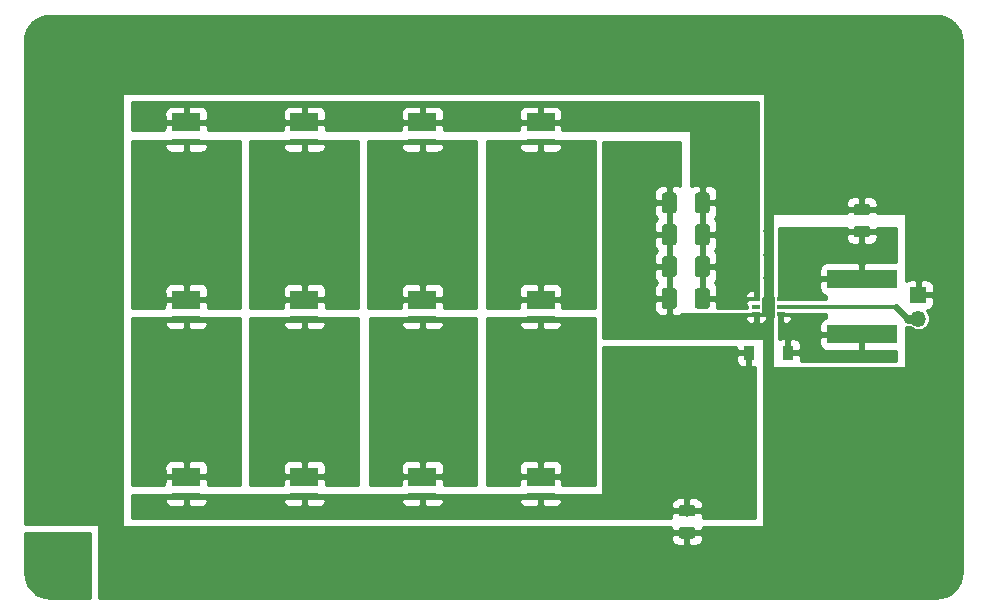
<source format=gbr>
G04 #@! TF.GenerationSoftware,KiCad,Pcbnew,5.1.2*
G04 #@! TF.CreationDate,2019-07-04T05:20:16+02:00*
G04 #@! TF.ProjectId,ledside_rev17,6c656473-6964-4655-9f72-657631372e6b,rev?*
G04 #@! TF.SameCoordinates,Original*
G04 #@! TF.FileFunction,Copper,L1,Top*
G04 #@! TF.FilePolarity,Positive*
%FSLAX46Y46*%
G04 Gerber Fmt 4.6, Leading zero omitted, Abs format (unit mm)*
G04 Created by KiCad (PCBNEW 5.1.2) date 2019-07-04 05:20:16*
%MOMM*%
%LPD*%
G04 APERTURE LIST*
%ADD10O,1.350000X1.350000*%
%ADD11R,1.350000X1.350000*%
%ADD12C,0.100000*%
%ADD13C,1.250000*%
%ADD14R,1.000000X1.600000*%
%ADD15R,0.650000X0.350000*%
%ADD16R,5.900000X1.600000*%
%ADD17C,0.700000*%
%ADD18C,4.400000*%
%ADD19R,2.400000X0.600000*%
%ADD20R,2.400000X1.600000*%
%ADD21R,0.900000X1.200000*%
%ADD22C,0.975000*%
%ADD23C,0.800000*%
%ADD24C,0.800000*%
%ADD25C,0.350000*%
%ADD26C,0.600000*%
%ADD27C,0.254000*%
G04 APERTURE END LIST*
D10*
X110500000Y-51200000D03*
D11*
X110500000Y-49200000D03*
D12*
G36*
X89799504Y-43226204D02*
G01*
X89823773Y-43229804D01*
X89847571Y-43235765D01*
X89870671Y-43244030D01*
X89892849Y-43254520D01*
X89913893Y-43267133D01*
X89933598Y-43281747D01*
X89951777Y-43298223D01*
X89968253Y-43316402D01*
X89982867Y-43336107D01*
X89995480Y-43357151D01*
X90005970Y-43379329D01*
X90014235Y-43402429D01*
X90020196Y-43426227D01*
X90023796Y-43450496D01*
X90025000Y-43475000D01*
X90025000Y-44725000D01*
X90023796Y-44749504D01*
X90020196Y-44773773D01*
X90014235Y-44797571D01*
X90005970Y-44820671D01*
X89995480Y-44842849D01*
X89982867Y-44863893D01*
X89968253Y-44883598D01*
X89951777Y-44901777D01*
X89933598Y-44918253D01*
X89913893Y-44932867D01*
X89892849Y-44945480D01*
X89870671Y-44955970D01*
X89847571Y-44964235D01*
X89823773Y-44970196D01*
X89799504Y-44973796D01*
X89775000Y-44975000D01*
X89025000Y-44975000D01*
X89000496Y-44973796D01*
X88976227Y-44970196D01*
X88952429Y-44964235D01*
X88929329Y-44955970D01*
X88907151Y-44945480D01*
X88886107Y-44932867D01*
X88866402Y-44918253D01*
X88848223Y-44901777D01*
X88831747Y-44883598D01*
X88817133Y-44863893D01*
X88804520Y-44842849D01*
X88794030Y-44820671D01*
X88785765Y-44797571D01*
X88779804Y-44773773D01*
X88776204Y-44749504D01*
X88775000Y-44725000D01*
X88775000Y-43475000D01*
X88776204Y-43450496D01*
X88779804Y-43426227D01*
X88785765Y-43402429D01*
X88794030Y-43379329D01*
X88804520Y-43357151D01*
X88817133Y-43336107D01*
X88831747Y-43316402D01*
X88848223Y-43298223D01*
X88866402Y-43281747D01*
X88886107Y-43267133D01*
X88907151Y-43254520D01*
X88929329Y-43244030D01*
X88952429Y-43235765D01*
X88976227Y-43229804D01*
X89000496Y-43226204D01*
X89025000Y-43225000D01*
X89775000Y-43225000D01*
X89799504Y-43226204D01*
X89799504Y-43226204D01*
G37*
D13*
X89400000Y-44100000D03*
D12*
G36*
X92599504Y-43226204D02*
G01*
X92623773Y-43229804D01*
X92647571Y-43235765D01*
X92670671Y-43244030D01*
X92692849Y-43254520D01*
X92713893Y-43267133D01*
X92733598Y-43281747D01*
X92751777Y-43298223D01*
X92768253Y-43316402D01*
X92782867Y-43336107D01*
X92795480Y-43357151D01*
X92805970Y-43379329D01*
X92814235Y-43402429D01*
X92820196Y-43426227D01*
X92823796Y-43450496D01*
X92825000Y-43475000D01*
X92825000Y-44725000D01*
X92823796Y-44749504D01*
X92820196Y-44773773D01*
X92814235Y-44797571D01*
X92805970Y-44820671D01*
X92795480Y-44842849D01*
X92782867Y-44863893D01*
X92768253Y-44883598D01*
X92751777Y-44901777D01*
X92733598Y-44918253D01*
X92713893Y-44932867D01*
X92692849Y-44945480D01*
X92670671Y-44955970D01*
X92647571Y-44964235D01*
X92623773Y-44970196D01*
X92599504Y-44973796D01*
X92575000Y-44975000D01*
X91825000Y-44975000D01*
X91800496Y-44973796D01*
X91776227Y-44970196D01*
X91752429Y-44964235D01*
X91729329Y-44955970D01*
X91707151Y-44945480D01*
X91686107Y-44932867D01*
X91666402Y-44918253D01*
X91648223Y-44901777D01*
X91631747Y-44883598D01*
X91617133Y-44863893D01*
X91604520Y-44842849D01*
X91594030Y-44820671D01*
X91585765Y-44797571D01*
X91579804Y-44773773D01*
X91576204Y-44749504D01*
X91575000Y-44725000D01*
X91575000Y-43475000D01*
X91576204Y-43450496D01*
X91579804Y-43426227D01*
X91585765Y-43402429D01*
X91594030Y-43379329D01*
X91604520Y-43357151D01*
X91617133Y-43336107D01*
X91631747Y-43316402D01*
X91648223Y-43298223D01*
X91666402Y-43281747D01*
X91686107Y-43267133D01*
X91707151Y-43254520D01*
X91729329Y-43244030D01*
X91752429Y-43235765D01*
X91776227Y-43229804D01*
X91800496Y-43226204D01*
X91825000Y-43225000D01*
X92575000Y-43225000D01*
X92599504Y-43226204D01*
X92599504Y-43226204D01*
G37*
D13*
X92200000Y-44100000D03*
D12*
G36*
X89799504Y-45926204D02*
G01*
X89823773Y-45929804D01*
X89847571Y-45935765D01*
X89870671Y-45944030D01*
X89892849Y-45954520D01*
X89913893Y-45967133D01*
X89933598Y-45981747D01*
X89951777Y-45998223D01*
X89968253Y-46016402D01*
X89982867Y-46036107D01*
X89995480Y-46057151D01*
X90005970Y-46079329D01*
X90014235Y-46102429D01*
X90020196Y-46126227D01*
X90023796Y-46150496D01*
X90025000Y-46175000D01*
X90025000Y-47425000D01*
X90023796Y-47449504D01*
X90020196Y-47473773D01*
X90014235Y-47497571D01*
X90005970Y-47520671D01*
X89995480Y-47542849D01*
X89982867Y-47563893D01*
X89968253Y-47583598D01*
X89951777Y-47601777D01*
X89933598Y-47618253D01*
X89913893Y-47632867D01*
X89892849Y-47645480D01*
X89870671Y-47655970D01*
X89847571Y-47664235D01*
X89823773Y-47670196D01*
X89799504Y-47673796D01*
X89775000Y-47675000D01*
X89025000Y-47675000D01*
X89000496Y-47673796D01*
X88976227Y-47670196D01*
X88952429Y-47664235D01*
X88929329Y-47655970D01*
X88907151Y-47645480D01*
X88886107Y-47632867D01*
X88866402Y-47618253D01*
X88848223Y-47601777D01*
X88831747Y-47583598D01*
X88817133Y-47563893D01*
X88804520Y-47542849D01*
X88794030Y-47520671D01*
X88785765Y-47497571D01*
X88779804Y-47473773D01*
X88776204Y-47449504D01*
X88775000Y-47425000D01*
X88775000Y-46175000D01*
X88776204Y-46150496D01*
X88779804Y-46126227D01*
X88785765Y-46102429D01*
X88794030Y-46079329D01*
X88804520Y-46057151D01*
X88817133Y-46036107D01*
X88831747Y-46016402D01*
X88848223Y-45998223D01*
X88866402Y-45981747D01*
X88886107Y-45967133D01*
X88907151Y-45954520D01*
X88929329Y-45944030D01*
X88952429Y-45935765D01*
X88976227Y-45929804D01*
X89000496Y-45926204D01*
X89025000Y-45925000D01*
X89775000Y-45925000D01*
X89799504Y-45926204D01*
X89799504Y-45926204D01*
G37*
D13*
X89400000Y-46800000D03*
D12*
G36*
X92599504Y-45926204D02*
G01*
X92623773Y-45929804D01*
X92647571Y-45935765D01*
X92670671Y-45944030D01*
X92692849Y-45954520D01*
X92713893Y-45967133D01*
X92733598Y-45981747D01*
X92751777Y-45998223D01*
X92768253Y-46016402D01*
X92782867Y-46036107D01*
X92795480Y-46057151D01*
X92805970Y-46079329D01*
X92814235Y-46102429D01*
X92820196Y-46126227D01*
X92823796Y-46150496D01*
X92825000Y-46175000D01*
X92825000Y-47425000D01*
X92823796Y-47449504D01*
X92820196Y-47473773D01*
X92814235Y-47497571D01*
X92805970Y-47520671D01*
X92795480Y-47542849D01*
X92782867Y-47563893D01*
X92768253Y-47583598D01*
X92751777Y-47601777D01*
X92733598Y-47618253D01*
X92713893Y-47632867D01*
X92692849Y-47645480D01*
X92670671Y-47655970D01*
X92647571Y-47664235D01*
X92623773Y-47670196D01*
X92599504Y-47673796D01*
X92575000Y-47675000D01*
X91825000Y-47675000D01*
X91800496Y-47673796D01*
X91776227Y-47670196D01*
X91752429Y-47664235D01*
X91729329Y-47655970D01*
X91707151Y-47645480D01*
X91686107Y-47632867D01*
X91666402Y-47618253D01*
X91648223Y-47601777D01*
X91631747Y-47583598D01*
X91617133Y-47563893D01*
X91604520Y-47542849D01*
X91594030Y-47520671D01*
X91585765Y-47497571D01*
X91579804Y-47473773D01*
X91576204Y-47449504D01*
X91575000Y-47425000D01*
X91575000Y-46175000D01*
X91576204Y-46150496D01*
X91579804Y-46126227D01*
X91585765Y-46102429D01*
X91594030Y-46079329D01*
X91604520Y-46057151D01*
X91617133Y-46036107D01*
X91631747Y-46016402D01*
X91648223Y-45998223D01*
X91666402Y-45981747D01*
X91686107Y-45967133D01*
X91707151Y-45954520D01*
X91729329Y-45944030D01*
X91752429Y-45935765D01*
X91776227Y-45929804D01*
X91800496Y-45926204D01*
X91825000Y-45925000D01*
X92575000Y-45925000D01*
X92599504Y-45926204D01*
X92599504Y-45926204D01*
G37*
D13*
X92200000Y-46800000D03*
D12*
G36*
X89799504Y-40526204D02*
G01*
X89823773Y-40529804D01*
X89847571Y-40535765D01*
X89870671Y-40544030D01*
X89892849Y-40554520D01*
X89913893Y-40567133D01*
X89933598Y-40581747D01*
X89951777Y-40598223D01*
X89968253Y-40616402D01*
X89982867Y-40636107D01*
X89995480Y-40657151D01*
X90005970Y-40679329D01*
X90014235Y-40702429D01*
X90020196Y-40726227D01*
X90023796Y-40750496D01*
X90025000Y-40775000D01*
X90025000Y-42025000D01*
X90023796Y-42049504D01*
X90020196Y-42073773D01*
X90014235Y-42097571D01*
X90005970Y-42120671D01*
X89995480Y-42142849D01*
X89982867Y-42163893D01*
X89968253Y-42183598D01*
X89951777Y-42201777D01*
X89933598Y-42218253D01*
X89913893Y-42232867D01*
X89892849Y-42245480D01*
X89870671Y-42255970D01*
X89847571Y-42264235D01*
X89823773Y-42270196D01*
X89799504Y-42273796D01*
X89775000Y-42275000D01*
X89025000Y-42275000D01*
X89000496Y-42273796D01*
X88976227Y-42270196D01*
X88952429Y-42264235D01*
X88929329Y-42255970D01*
X88907151Y-42245480D01*
X88886107Y-42232867D01*
X88866402Y-42218253D01*
X88848223Y-42201777D01*
X88831747Y-42183598D01*
X88817133Y-42163893D01*
X88804520Y-42142849D01*
X88794030Y-42120671D01*
X88785765Y-42097571D01*
X88779804Y-42073773D01*
X88776204Y-42049504D01*
X88775000Y-42025000D01*
X88775000Y-40775000D01*
X88776204Y-40750496D01*
X88779804Y-40726227D01*
X88785765Y-40702429D01*
X88794030Y-40679329D01*
X88804520Y-40657151D01*
X88817133Y-40636107D01*
X88831747Y-40616402D01*
X88848223Y-40598223D01*
X88866402Y-40581747D01*
X88886107Y-40567133D01*
X88907151Y-40554520D01*
X88929329Y-40544030D01*
X88952429Y-40535765D01*
X88976227Y-40529804D01*
X89000496Y-40526204D01*
X89025000Y-40525000D01*
X89775000Y-40525000D01*
X89799504Y-40526204D01*
X89799504Y-40526204D01*
G37*
D13*
X89400000Y-41400000D03*
D12*
G36*
X92599504Y-40526204D02*
G01*
X92623773Y-40529804D01*
X92647571Y-40535765D01*
X92670671Y-40544030D01*
X92692849Y-40554520D01*
X92713893Y-40567133D01*
X92733598Y-40581747D01*
X92751777Y-40598223D01*
X92768253Y-40616402D01*
X92782867Y-40636107D01*
X92795480Y-40657151D01*
X92805970Y-40679329D01*
X92814235Y-40702429D01*
X92820196Y-40726227D01*
X92823796Y-40750496D01*
X92825000Y-40775000D01*
X92825000Y-42025000D01*
X92823796Y-42049504D01*
X92820196Y-42073773D01*
X92814235Y-42097571D01*
X92805970Y-42120671D01*
X92795480Y-42142849D01*
X92782867Y-42163893D01*
X92768253Y-42183598D01*
X92751777Y-42201777D01*
X92733598Y-42218253D01*
X92713893Y-42232867D01*
X92692849Y-42245480D01*
X92670671Y-42255970D01*
X92647571Y-42264235D01*
X92623773Y-42270196D01*
X92599504Y-42273796D01*
X92575000Y-42275000D01*
X91825000Y-42275000D01*
X91800496Y-42273796D01*
X91776227Y-42270196D01*
X91752429Y-42264235D01*
X91729329Y-42255970D01*
X91707151Y-42245480D01*
X91686107Y-42232867D01*
X91666402Y-42218253D01*
X91648223Y-42201777D01*
X91631747Y-42183598D01*
X91617133Y-42163893D01*
X91604520Y-42142849D01*
X91594030Y-42120671D01*
X91585765Y-42097571D01*
X91579804Y-42073773D01*
X91576204Y-42049504D01*
X91575000Y-42025000D01*
X91575000Y-40775000D01*
X91576204Y-40750496D01*
X91579804Y-40726227D01*
X91585765Y-40702429D01*
X91594030Y-40679329D01*
X91604520Y-40657151D01*
X91617133Y-40636107D01*
X91631747Y-40616402D01*
X91648223Y-40598223D01*
X91666402Y-40581747D01*
X91686107Y-40567133D01*
X91707151Y-40554520D01*
X91729329Y-40544030D01*
X91752429Y-40535765D01*
X91776227Y-40529804D01*
X91800496Y-40526204D01*
X91825000Y-40525000D01*
X92575000Y-40525000D01*
X92599504Y-40526204D01*
X92599504Y-40526204D01*
G37*
D13*
X92200000Y-41400000D03*
D12*
G36*
X89799504Y-48626204D02*
G01*
X89823773Y-48629804D01*
X89847571Y-48635765D01*
X89870671Y-48644030D01*
X89892849Y-48654520D01*
X89913893Y-48667133D01*
X89933598Y-48681747D01*
X89951777Y-48698223D01*
X89968253Y-48716402D01*
X89982867Y-48736107D01*
X89995480Y-48757151D01*
X90005970Y-48779329D01*
X90014235Y-48802429D01*
X90020196Y-48826227D01*
X90023796Y-48850496D01*
X90025000Y-48875000D01*
X90025000Y-50125000D01*
X90023796Y-50149504D01*
X90020196Y-50173773D01*
X90014235Y-50197571D01*
X90005970Y-50220671D01*
X89995480Y-50242849D01*
X89982867Y-50263893D01*
X89968253Y-50283598D01*
X89951777Y-50301777D01*
X89933598Y-50318253D01*
X89913893Y-50332867D01*
X89892849Y-50345480D01*
X89870671Y-50355970D01*
X89847571Y-50364235D01*
X89823773Y-50370196D01*
X89799504Y-50373796D01*
X89775000Y-50375000D01*
X89025000Y-50375000D01*
X89000496Y-50373796D01*
X88976227Y-50370196D01*
X88952429Y-50364235D01*
X88929329Y-50355970D01*
X88907151Y-50345480D01*
X88886107Y-50332867D01*
X88866402Y-50318253D01*
X88848223Y-50301777D01*
X88831747Y-50283598D01*
X88817133Y-50263893D01*
X88804520Y-50242849D01*
X88794030Y-50220671D01*
X88785765Y-50197571D01*
X88779804Y-50173773D01*
X88776204Y-50149504D01*
X88775000Y-50125000D01*
X88775000Y-48875000D01*
X88776204Y-48850496D01*
X88779804Y-48826227D01*
X88785765Y-48802429D01*
X88794030Y-48779329D01*
X88804520Y-48757151D01*
X88817133Y-48736107D01*
X88831747Y-48716402D01*
X88848223Y-48698223D01*
X88866402Y-48681747D01*
X88886107Y-48667133D01*
X88907151Y-48654520D01*
X88929329Y-48644030D01*
X88952429Y-48635765D01*
X88976227Y-48629804D01*
X89000496Y-48626204D01*
X89025000Y-48625000D01*
X89775000Y-48625000D01*
X89799504Y-48626204D01*
X89799504Y-48626204D01*
G37*
D13*
X89400000Y-49500000D03*
D12*
G36*
X92599504Y-48626204D02*
G01*
X92623773Y-48629804D01*
X92647571Y-48635765D01*
X92670671Y-48644030D01*
X92692849Y-48654520D01*
X92713893Y-48667133D01*
X92733598Y-48681747D01*
X92751777Y-48698223D01*
X92768253Y-48716402D01*
X92782867Y-48736107D01*
X92795480Y-48757151D01*
X92805970Y-48779329D01*
X92814235Y-48802429D01*
X92820196Y-48826227D01*
X92823796Y-48850496D01*
X92825000Y-48875000D01*
X92825000Y-50125000D01*
X92823796Y-50149504D01*
X92820196Y-50173773D01*
X92814235Y-50197571D01*
X92805970Y-50220671D01*
X92795480Y-50242849D01*
X92782867Y-50263893D01*
X92768253Y-50283598D01*
X92751777Y-50301777D01*
X92733598Y-50318253D01*
X92713893Y-50332867D01*
X92692849Y-50345480D01*
X92670671Y-50355970D01*
X92647571Y-50364235D01*
X92623773Y-50370196D01*
X92599504Y-50373796D01*
X92575000Y-50375000D01*
X91825000Y-50375000D01*
X91800496Y-50373796D01*
X91776227Y-50370196D01*
X91752429Y-50364235D01*
X91729329Y-50355970D01*
X91707151Y-50345480D01*
X91686107Y-50332867D01*
X91666402Y-50318253D01*
X91648223Y-50301777D01*
X91631747Y-50283598D01*
X91617133Y-50263893D01*
X91604520Y-50242849D01*
X91594030Y-50220671D01*
X91585765Y-50197571D01*
X91579804Y-50173773D01*
X91576204Y-50149504D01*
X91575000Y-50125000D01*
X91575000Y-48875000D01*
X91576204Y-48850496D01*
X91579804Y-48826227D01*
X91585765Y-48802429D01*
X91594030Y-48779329D01*
X91604520Y-48757151D01*
X91617133Y-48736107D01*
X91631747Y-48716402D01*
X91648223Y-48698223D01*
X91666402Y-48681747D01*
X91686107Y-48667133D01*
X91707151Y-48654520D01*
X91729329Y-48644030D01*
X91752429Y-48635765D01*
X91776227Y-48629804D01*
X91800496Y-48626204D01*
X91825000Y-48625000D01*
X92575000Y-48625000D01*
X92599504Y-48626204D01*
X92599504Y-48626204D01*
G37*
D13*
X92200000Y-49500000D03*
D14*
X97800000Y-50200000D03*
D15*
X98850000Y-49550000D03*
X98850000Y-50200000D03*
X98850000Y-50850000D03*
X96750000Y-50850000D03*
X96750000Y-50200000D03*
X96750000Y-49550000D03*
D16*
X105700000Y-47850000D03*
X105700000Y-52550000D03*
D17*
X35833274Y-73866726D03*
X37000000Y-74350000D03*
X38166726Y-73866726D03*
X38650000Y-72700000D03*
X38166726Y-71533274D03*
X37000000Y-71050000D03*
X35833274Y-71533274D03*
X35350000Y-72700000D03*
D18*
X37000000Y-72700000D03*
D17*
X35783274Y-28866726D03*
X36950000Y-29350000D03*
X38116726Y-28866726D03*
X38600000Y-27700000D03*
X38116726Y-26533274D03*
X36950000Y-26050000D03*
X35783274Y-26533274D03*
X35300000Y-27700000D03*
D18*
X36950000Y-27700000D03*
D17*
X110833274Y-28866726D03*
X112000000Y-29350000D03*
X113166726Y-28866726D03*
X113650000Y-27700000D03*
X113166726Y-26533274D03*
X112000000Y-26050000D03*
X110833274Y-26533274D03*
X110350000Y-27700000D03*
D18*
X112000000Y-27700000D03*
D17*
X110783274Y-73866726D03*
X111950000Y-74350000D03*
X113116726Y-73866726D03*
X113600000Y-72700000D03*
X113116726Y-71533274D03*
X111950000Y-71050000D03*
X110783274Y-71533274D03*
X110300000Y-72700000D03*
D18*
X111950000Y-72700000D03*
D19*
X48500000Y-36250000D03*
D20*
X48500000Y-34600000D03*
D19*
X68500000Y-36250000D03*
D20*
X68500000Y-34600000D03*
D19*
X78500000Y-36250000D03*
D20*
X78500000Y-34600000D03*
D19*
X58500000Y-36250000D03*
D20*
X58500000Y-34600000D03*
D19*
X48500000Y-51250000D03*
D20*
X48500000Y-49600000D03*
D19*
X68500000Y-51250000D03*
D20*
X68500000Y-49600000D03*
D19*
X78500000Y-51250000D03*
D20*
X78500000Y-49600000D03*
D19*
X58500000Y-51250000D03*
D20*
X58500000Y-49600000D03*
D19*
X48500000Y-66250000D03*
D20*
X48500000Y-64600000D03*
D19*
X68500000Y-66250000D03*
D20*
X68500000Y-64600000D03*
D19*
X78500000Y-66250000D03*
D20*
X78500000Y-64600000D03*
D19*
X58500000Y-66250000D03*
D20*
X58500000Y-64600000D03*
D21*
X99450000Y-54100000D03*
X96150000Y-54100000D03*
D12*
G36*
X106180142Y-41476174D02*
G01*
X106203803Y-41479684D01*
X106227007Y-41485496D01*
X106249529Y-41493554D01*
X106271153Y-41503782D01*
X106291670Y-41516079D01*
X106310883Y-41530329D01*
X106328607Y-41546393D01*
X106344671Y-41564117D01*
X106358921Y-41583330D01*
X106371218Y-41603847D01*
X106381446Y-41625471D01*
X106389504Y-41647993D01*
X106395316Y-41671197D01*
X106398826Y-41694858D01*
X106400000Y-41718750D01*
X106400000Y-42206250D01*
X106398826Y-42230142D01*
X106395316Y-42253803D01*
X106389504Y-42277007D01*
X106381446Y-42299529D01*
X106371218Y-42321153D01*
X106358921Y-42341670D01*
X106344671Y-42360883D01*
X106328607Y-42378607D01*
X106310883Y-42394671D01*
X106291670Y-42408921D01*
X106271153Y-42421218D01*
X106249529Y-42431446D01*
X106227007Y-42439504D01*
X106203803Y-42445316D01*
X106180142Y-42448826D01*
X106156250Y-42450000D01*
X105243750Y-42450000D01*
X105219858Y-42448826D01*
X105196197Y-42445316D01*
X105172993Y-42439504D01*
X105150471Y-42431446D01*
X105128847Y-42421218D01*
X105108330Y-42408921D01*
X105089117Y-42394671D01*
X105071393Y-42378607D01*
X105055329Y-42360883D01*
X105041079Y-42341670D01*
X105028782Y-42321153D01*
X105018554Y-42299529D01*
X105010496Y-42277007D01*
X105004684Y-42253803D01*
X105001174Y-42230142D01*
X105000000Y-42206250D01*
X105000000Y-41718750D01*
X105001174Y-41694858D01*
X105004684Y-41671197D01*
X105010496Y-41647993D01*
X105018554Y-41625471D01*
X105028782Y-41603847D01*
X105041079Y-41583330D01*
X105055329Y-41564117D01*
X105071393Y-41546393D01*
X105089117Y-41530329D01*
X105108330Y-41516079D01*
X105128847Y-41503782D01*
X105150471Y-41493554D01*
X105172993Y-41485496D01*
X105196197Y-41479684D01*
X105219858Y-41476174D01*
X105243750Y-41475000D01*
X106156250Y-41475000D01*
X106180142Y-41476174D01*
X106180142Y-41476174D01*
G37*
D22*
X105700000Y-41962500D03*
D12*
G36*
X106180142Y-43351174D02*
G01*
X106203803Y-43354684D01*
X106227007Y-43360496D01*
X106249529Y-43368554D01*
X106271153Y-43378782D01*
X106291670Y-43391079D01*
X106310883Y-43405329D01*
X106328607Y-43421393D01*
X106344671Y-43439117D01*
X106358921Y-43458330D01*
X106371218Y-43478847D01*
X106381446Y-43500471D01*
X106389504Y-43522993D01*
X106395316Y-43546197D01*
X106398826Y-43569858D01*
X106400000Y-43593750D01*
X106400000Y-44081250D01*
X106398826Y-44105142D01*
X106395316Y-44128803D01*
X106389504Y-44152007D01*
X106381446Y-44174529D01*
X106371218Y-44196153D01*
X106358921Y-44216670D01*
X106344671Y-44235883D01*
X106328607Y-44253607D01*
X106310883Y-44269671D01*
X106291670Y-44283921D01*
X106271153Y-44296218D01*
X106249529Y-44306446D01*
X106227007Y-44314504D01*
X106203803Y-44320316D01*
X106180142Y-44323826D01*
X106156250Y-44325000D01*
X105243750Y-44325000D01*
X105219858Y-44323826D01*
X105196197Y-44320316D01*
X105172993Y-44314504D01*
X105150471Y-44306446D01*
X105128847Y-44296218D01*
X105108330Y-44283921D01*
X105089117Y-44269671D01*
X105071393Y-44253607D01*
X105055329Y-44235883D01*
X105041079Y-44216670D01*
X105028782Y-44196153D01*
X105018554Y-44174529D01*
X105010496Y-44152007D01*
X105004684Y-44128803D01*
X105001174Y-44105142D01*
X105000000Y-44081250D01*
X105000000Y-43593750D01*
X105001174Y-43569858D01*
X105004684Y-43546197D01*
X105010496Y-43522993D01*
X105018554Y-43500471D01*
X105028782Y-43478847D01*
X105041079Y-43458330D01*
X105055329Y-43439117D01*
X105071393Y-43421393D01*
X105089117Y-43405329D01*
X105108330Y-43391079D01*
X105128847Y-43378782D01*
X105150471Y-43368554D01*
X105172993Y-43360496D01*
X105196197Y-43354684D01*
X105219858Y-43351174D01*
X105243750Y-43350000D01*
X106156250Y-43350000D01*
X106180142Y-43351174D01*
X106180142Y-43351174D01*
G37*
D22*
X105700000Y-43837500D03*
D12*
G36*
X91380142Y-68851174D02*
G01*
X91403803Y-68854684D01*
X91427007Y-68860496D01*
X91449529Y-68868554D01*
X91471153Y-68878782D01*
X91491670Y-68891079D01*
X91510883Y-68905329D01*
X91528607Y-68921393D01*
X91544671Y-68939117D01*
X91558921Y-68958330D01*
X91571218Y-68978847D01*
X91581446Y-69000471D01*
X91589504Y-69022993D01*
X91595316Y-69046197D01*
X91598826Y-69069858D01*
X91600000Y-69093750D01*
X91600000Y-69581250D01*
X91598826Y-69605142D01*
X91595316Y-69628803D01*
X91589504Y-69652007D01*
X91581446Y-69674529D01*
X91571218Y-69696153D01*
X91558921Y-69716670D01*
X91544671Y-69735883D01*
X91528607Y-69753607D01*
X91510883Y-69769671D01*
X91491670Y-69783921D01*
X91471153Y-69796218D01*
X91449529Y-69806446D01*
X91427007Y-69814504D01*
X91403803Y-69820316D01*
X91380142Y-69823826D01*
X91356250Y-69825000D01*
X90443750Y-69825000D01*
X90419858Y-69823826D01*
X90396197Y-69820316D01*
X90372993Y-69814504D01*
X90350471Y-69806446D01*
X90328847Y-69796218D01*
X90308330Y-69783921D01*
X90289117Y-69769671D01*
X90271393Y-69753607D01*
X90255329Y-69735883D01*
X90241079Y-69716670D01*
X90228782Y-69696153D01*
X90218554Y-69674529D01*
X90210496Y-69652007D01*
X90204684Y-69628803D01*
X90201174Y-69605142D01*
X90200000Y-69581250D01*
X90200000Y-69093750D01*
X90201174Y-69069858D01*
X90204684Y-69046197D01*
X90210496Y-69022993D01*
X90218554Y-69000471D01*
X90228782Y-68978847D01*
X90241079Y-68958330D01*
X90255329Y-68939117D01*
X90271393Y-68921393D01*
X90289117Y-68905329D01*
X90308330Y-68891079D01*
X90328847Y-68878782D01*
X90350471Y-68868554D01*
X90372993Y-68860496D01*
X90396197Y-68854684D01*
X90419858Y-68851174D01*
X90443750Y-68850000D01*
X91356250Y-68850000D01*
X91380142Y-68851174D01*
X91380142Y-68851174D01*
G37*
D22*
X90900000Y-69337500D03*
D12*
G36*
X91380142Y-66976174D02*
G01*
X91403803Y-66979684D01*
X91427007Y-66985496D01*
X91449529Y-66993554D01*
X91471153Y-67003782D01*
X91491670Y-67016079D01*
X91510883Y-67030329D01*
X91528607Y-67046393D01*
X91544671Y-67064117D01*
X91558921Y-67083330D01*
X91571218Y-67103847D01*
X91581446Y-67125471D01*
X91589504Y-67147993D01*
X91595316Y-67171197D01*
X91598826Y-67194858D01*
X91600000Y-67218750D01*
X91600000Y-67706250D01*
X91598826Y-67730142D01*
X91595316Y-67753803D01*
X91589504Y-67777007D01*
X91581446Y-67799529D01*
X91571218Y-67821153D01*
X91558921Y-67841670D01*
X91544671Y-67860883D01*
X91528607Y-67878607D01*
X91510883Y-67894671D01*
X91491670Y-67908921D01*
X91471153Y-67921218D01*
X91449529Y-67931446D01*
X91427007Y-67939504D01*
X91403803Y-67945316D01*
X91380142Y-67948826D01*
X91356250Y-67950000D01*
X90443750Y-67950000D01*
X90419858Y-67948826D01*
X90396197Y-67945316D01*
X90372993Y-67939504D01*
X90350471Y-67931446D01*
X90328847Y-67921218D01*
X90308330Y-67908921D01*
X90289117Y-67894671D01*
X90271393Y-67878607D01*
X90255329Y-67860883D01*
X90241079Y-67841670D01*
X90228782Y-67821153D01*
X90218554Y-67799529D01*
X90210496Y-67777007D01*
X90204684Y-67753803D01*
X90201174Y-67730142D01*
X90200000Y-67706250D01*
X90200000Y-67218750D01*
X90201174Y-67194858D01*
X90204684Y-67171197D01*
X90210496Y-67147993D01*
X90218554Y-67125471D01*
X90228782Y-67103847D01*
X90241079Y-67083330D01*
X90255329Y-67064117D01*
X90271393Y-67046393D01*
X90289117Y-67030329D01*
X90308330Y-67016079D01*
X90328847Y-67003782D01*
X90350471Y-66993554D01*
X90372993Y-66985496D01*
X90396197Y-66979684D01*
X90419858Y-66976174D01*
X90443750Y-66975000D01*
X91356250Y-66975000D01*
X91380142Y-66976174D01*
X91380142Y-66976174D01*
G37*
D22*
X90900000Y-67462500D03*
D23*
X100950000Y-45600000D03*
X100950000Y-47000000D03*
X100950000Y-48400000D03*
X35300000Y-70200000D03*
X39500000Y-74400000D03*
X44500000Y-26000000D03*
X54500000Y-26000000D03*
X64500000Y-26000000D03*
X74500000Y-26000000D03*
X84500000Y-26000000D03*
X104500000Y-26000000D03*
X35250000Y-50200000D03*
X94500000Y-26000000D03*
X74500000Y-74400000D03*
X64500000Y-74400000D03*
X54500000Y-74400000D03*
X44500000Y-74400000D03*
X84500000Y-74400000D03*
X94500000Y-74400000D03*
X104500000Y-74400000D03*
X113700000Y-50200000D03*
X113700000Y-40200000D03*
X113700000Y-30200000D03*
X113700000Y-60200000D03*
X113700000Y-70200000D03*
X35250000Y-40200000D03*
X35250000Y-30200000D03*
X35250000Y-60200000D03*
X97800000Y-47800000D03*
X97800000Y-45800000D03*
X97800000Y-43800000D03*
X94400000Y-52000000D03*
X92400000Y-52000000D03*
X90400000Y-52000000D03*
X97800000Y-58100000D03*
X97800000Y-60100000D03*
X97800000Y-62200000D03*
D24*
X109600000Y-51200000D02*
X110500000Y-51200000D01*
D25*
X98850000Y-50200000D02*
X108600000Y-50200000D01*
D26*
X108600000Y-50200000D02*
X109600000Y-51200000D01*
D27*
G36*
X40373000Y-74848000D02*
G01*
X37017215Y-74848000D01*
X36583115Y-74805436D01*
X36182104Y-74684365D01*
X35812245Y-74487706D01*
X35487635Y-74222960D01*
X35220626Y-73900201D01*
X35021394Y-73531730D01*
X34897526Y-73131578D01*
X34852000Y-72698422D01*
X34852000Y-69327000D01*
X40373000Y-69327000D01*
X40373000Y-74848000D01*
X40373000Y-74848000D01*
G37*
X40373000Y-74848000D02*
X37017215Y-74848000D01*
X36583115Y-74805436D01*
X36182104Y-74684365D01*
X35812245Y-74487706D01*
X35487635Y-74222960D01*
X35220626Y-73900201D01*
X35021394Y-73531730D01*
X34897526Y-73131578D01*
X34852000Y-72698422D01*
X34852000Y-69327000D01*
X40373000Y-69327000D01*
X40373000Y-74848000D01*
G36*
X95065000Y-53814250D02*
G01*
X95223750Y-53973000D01*
X96023000Y-53973000D01*
X96023000Y-53953000D01*
X96277000Y-53953000D01*
X96277000Y-53973000D01*
X96297000Y-53973000D01*
X96297000Y-54227000D01*
X96277000Y-54227000D01*
X96277000Y-55176250D01*
X96435750Y-55335000D01*
X96600000Y-55338072D01*
X96673000Y-55330882D01*
X96673000Y-68073000D01*
X92225958Y-68073000D01*
X92238072Y-67950000D01*
X92235000Y-67748250D01*
X92076250Y-67589500D01*
X91027000Y-67589500D01*
X91027000Y-67609500D01*
X90773000Y-67609500D01*
X90773000Y-67589500D01*
X89723750Y-67589500D01*
X89565000Y-67748250D01*
X89561928Y-67950000D01*
X89574042Y-68073000D01*
X43927000Y-68073000D01*
X43927000Y-66550000D01*
X46661928Y-66550000D01*
X46674188Y-66674482D01*
X46710498Y-66794180D01*
X46769463Y-66904494D01*
X46848815Y-67001185D01*
X46945506Y-67080537D01*
X47055820Y-67139502D01*
X47175518Y-67175812D01*
X47300000Y-67188072D01*
X48214250Y-67185000D01*
X48373000Y-67026250D01*
X48373000Y-66377000D01*
X48627000Y-66377000D01*
X48627000Y-67026250D01*
X48785750Y-67185000D01*
X49700000Y-67188072D01*
X49824482Y-67175812D01*
X49944180Y-67139502D01*
X50054494Y-67080537D01*
X50151185Y-67001185D01*
X50230537Y-66904494D01*
X50289502Y-66794180D01*
X50325812Y-66674482D01*
X50338072Y-66550000D01*
X56661928Y-66550000D01*
X56674188Y-66674482D01*
X56710498Y-66794180D01*
X56769463Y-66904494D01*
X56848815Y-67001185D01*
X56945506Y-67080537D01*
X57055820Y-67139502D01*
X57175518Y-67175812D01*
X57300000Y-67188072D01*
X58214250Y-67185000D01*
X58373000Y-67026250D01*
X58373000Y-66377000D01*
X58627000Y-66377000D01*
X58627000Y-67026250D01*
X58785750Y-67185000D01*
X59700000Y-67188072D01*
X59824482Y-67175812D01*
X59944180Y-67139502D01*
X60054494Y-67080537D01*
X60151185Y-67001185D01*
X60230537Y-66904494D01*
X60289502Y-66794180D01*
X60325812Y-66674482D01*
X60338072Y-66550000D01*
X66661928Y-66550000D01*
X66674188Y-66674482D01*
X66710498Y-66794180D01*
X66769463Y-66904494D01*
X66848815Y-67001185D01*
X66945506Y-67080537D01*
X67055820Y-67139502D01*
X67175518Y-67175812D01*
X67300000Y-67188072D01*
X68214250Y-67185000D01*
X68373000Y-67026250D01*
X68373000Y-66377000D01*
X68627000Y-66377000D01*
X68627000Y-67026250D01*
X68785750Y-67185000D01*
X69700000Y-67188072D01*
X69824482Y-67175812D01*
X69944180Y-67139502D01*
X70054494Y-67080537D01*
X70151185Y-67001185D01*
X70230537Y-66904494D01*
X70289502Y-66794180D01*
X70325812Y-66674482D01*
X70338072Y-66550000D01*
X76661928Y-66550000D01*
X76674188Y-66674482D01*
X76710498Y-66794180D01*
X76769463Y-66904494D01*
X76848815Y-67001185D01*
X76945506Y-67080537D01*
X77055820Y-67139502D01*
X77175518Y-67175812D01*
X77300000Y-67188072D01*
X78214250Y-67185000D01*
X78373000Y-67026250D01*
X78373000Y-66377000D01*
X78627000Y-66377000D01*
X78627000Y-67026250D01*
X78785750Y-67185000D01*
X79700000Y-67188072D01*
X79824482Y-67175812D01*
X79944180Y-67139502D01*
X80054494Y-67080537D01*
X80151185Y-67001185D01*
X80172674Y-66975000D01*
X89561928Y-66975000D01*
X89565000Y-67176750D01*
X89723750Y-67335500D01*
X90773000Y-67335500D01*
X90773000Y-66498750D01*
X91027000Y-66498750D01*
X91027000Y-67335500D01*
X92076250Y-67335500D01*
X92235000Y-67176750D01*
X92238072Y-66975000D01*
X92225812Y-66850518D01*
X92189502Y-66730820D01*
X92130537Y-66620506D01*
X92051185Y-66523815D01*
X91954494Y-66444463D01*
X91844180Y-66385498D01*
X91724482Y-66349188D01*
X91600000Y-66336928D01*
X91185750Y-66340000D01*
X91027000Y-66498750D01*
X90773000Y-66498750D01*
X90614250Y-66340000D01*
X90200000Y-66336928D01*
X90075518Y-66349188D01*
X89955820Y-66385498D01*
X89845506Y-66444463D01*
X89748815Y-66523815D01*
X89669463Y-66620506D01*
X89610498Y-66730820D01*
X89574188Y-66850518D01*
X89561928Y-66975000D01*
X80172674Y-66975000D01*
X80230537Y-66904494D01*
X80289502Y-66794180D01*
X80325812Y-66674482D01*
X80338072Y-66550000D01*
X80335000Y-66535750D01*
X80176250Y-66377000D01*
X78627000Y-66377000D01*
X78373000Y-66377000D01*
X76823750Y-66377000D01*
X76665000Y-66535750D01*
X76661928Y-66550000D01*
X70338072Y-66550000D01*
X70335000Y-66535750D01*
X70176250Y-66377000D01*
X68627000Y-66377000D01*
X68373000Y-66377000D01*
X66823750Y-66377000D01*
X66665000Y-66535750D01*
X66661928Y-66550000D01*
X60338072Y-66550000D01*
X60335000Y-66535750D01*
X60176250Y-66377000D01*
X58627000Y-66377000D01*
X58373000Y-66377000D01*
X56823750Y-66377000D01*
X56665000Y-66535750D01*
X56661928Y-66550000D01*
X50338072Y-66550000D01*
X50335000Y-66535750D01*
X50176250Y-66377000D01*
X48627000Y-66377000D01*
X48373000Y-66377000D01*
X46823750Y-66377000D01*
X46665000Y-66535750D01*
X46661928Y-66550000D01*
X43927000Y-66550000D01*
X43927000Y-66127000D01*
X83700000Y-66127000D01*
X83724776Y-66124560D01*
X83748601Y-66117333D01*
X83770557Y-66105597D01*
X83789803Y-66089803D01*
X83805597Y-66070557D01*
X83817333Y-66048601D01*
X83824560Y-66024776D01*
X83827000Y-66000000D01*
X83827000Y-54700000D01*
X95061928Y-54700000D01*
X95074188Y-54824482D01*
X95110498Y-54944180D01*
X95169463Y-55054494D01*
X95248815Y-55151185D01*
X95345506Y-55230537D01*
X95455820Y-55289502D01*
X95575518Y-55325812D01*
X95700000Y-55338072D01*
X95864250Y-55335000D01*
X96023000Y-55176250D01*
X96023000Y-54227000D01*
X95223750Y-54227000D01*
X95065000Y-54385750D01*
X95061928Y-54700000D01*
X83827000Y-54700000D01*
X83827000Y-53627000D01*
X95063170Y-53627000D01*
X95065000Y-53814250D01*
X95065000Y-53814250D01*
G37*
X95065000Y-53814250D02*
X95223750Y-53973000D01*
X96023000Y-53973000D01*
X96023000Y-53953000D01*
X96277000Y-53953000D01*
X96277000Y-53973000D01*
X96297000Y-53973000D01*
X96297000Y-54227000D01*
X96277000Y-54227000D01*
X96277000Y-55176250D01*
X96435750Y-55335000D01*
X96600000Y-55338072D01*
X96673000Y-55330882D01*
X96673000Y-68073000D01*
X92225958Y-68073000D01*
X92238072Y-67950000D01*
X92235000Y-67748250D01*
X92076250Y-67589500D01*
X91027000Y-67589500D01*
X91027000Y-67609500D01*
X90773000Y-67609500D01*
X90773000Y-67589500D01*
X89723750Y-67589500D01*
X89565000Y-67748250D01*
X89561928Y-67950000D01*
X89574042Y-68073000D01*
X43927000Y-68073000D01*
X43927000Y-66550000D01*
X46661928Y-66550000D01*
X46674188Y-66674482D01*
X46710498Y-66794180D01*
X46769463Y-66904494D01*
X46848815Y-67001185D01*
X46945506Y-67080537D01*
X47055820Y-67139502D01*
X47175518Y-67175812D01*
X47300000Y-67188072D01*
X48214250Y-67185000D01*
X48373000Y-67026250D01*
X48373000Y-66377000D01*
X48627000Y-66377000D01*
X48627000Y-67026250D01*
X48785750Y-67185000D01*
X49700000Y-67188072D01*
X49824482Y-67175812D01*
X49944180Y-67139502D01*
X50054494Y-67080537D01*
X50151185Y-67001185D01*
X50230537Y-66904494D01*
X50289502Y-66794180D01*
X50325812Y-66674482D01*
X50338072Y-66550000D01*
X56661928Y-66550000D01*
X56674188Y-66674482D01*
X56710498Y-66794180D01*
X56769463Y-66904494D01*
X56848815Y-67001185D01*
X56945506Y-67080537D01*
X57055820Y-67139502D01*
X57175518Y-67175812D01*
X57300000Y-67188072D01*
X58214250Y-67185000D01*
X58373000Y-67026250D01*
X58373000Y-66377000D01*
X58627000Y-66377000D01*
X58627000Y-67026250D01*
X58785750Y-67185000D01*
X59700000Y-67188072D01*
X59824482Y-67175812D01*
X59944180Y-67139502D01*
X60054494Y-67080537D01*
X60151185Y-67001185D01*
X60230537Y-66904494D01*
X60289502Y-66794180D01*
X60325812Y-66674482D01*
X60338072Y-66550000D01*
X66661928Y-66550000D01*
X66674188Y-66674482D01*
X66710498Y-66794180D01*
X66769463Y-66904494D01*
X66848815Y-67001185D01*
X66945506Y-67080537D01*
X67055820Y-67139502D01*
X67175518Y-67175812D01*
X67300000Y-67188072D01*
X68214250Y-67185000D01*
X68373000Y-67026250D01*
X68373000Y-66377000D01*
X68627000Y-66377000D01*
X68627000Y-67026250D01*
X68785750Y-67185000D01*
X69700000Y-67188072D01*
X69824482Y-67175812D01*
X69944180Y-67139502D01*
X70054494Y-67080537D01*
X70151185Y-67001185D01*
X70230537Y-66904494D01*
X70289502Y-66794180D01*
X70325812Y-66674482D01*
X70338072Y-66550000D01*
X76661928Y-66550000D01*
X76674188Y-66674482D01*
X76710498Y-66794180D01*
X76769463Y-66904494D01*
X76848815Y-67001185D01*
X76945506Y-67080537D01*
X77055820Y-67139502D01*
X77175518Y-67175812D01*
X77300000Y-67188072D01*
X78214250Y-67185000D01*
X78373000Y-67026250D01*
X78373000Y-66377000D01*
X78627000Y-66377000D01*
X78627000Y-67026250D01*
X78785750Y-67185000D01*
X79700000Y-67188072D01*
X79824482Y-67175812D01*
X79944180Y-67139502D01*
X80054494Y-67080537D01*
X80151185Y-67001185D01*
X80172674Y-66975000D01*
X89561928Y-66975000D01*
X89565000Y-67176750D01*
X89723750Y-67335500D01*
X90773000Y-67335500D01*
X90773000Y-66498750D01*
X91027000Y-66498750D01*
X91027000Y-67335500D01*
X92076250Y-67335500D01*
X92235000Y-67176750D01*
X92238072Y-66975000D01*
X92225812Y-66850518D01*
X92189502Y-66730820D01*
X92130537Y-66620506D01*
X92051185Y-66523815D01*
X91954494Y-66444463D01*
X91844180Y-66385498D01*
X91724482Y-66349188D01*
X91600000Y-66336928D01*
X91185750Y-66340000D01*
X91027000Y-66498750D01*
X90773000Y-66498750D01*
X90614250Y-66340000D01*
X90200000Y-66336928D01*
X90075518Y-66349188D01*
X89955820Y-66385498D01*
X89845506Y-66444463D01*
X89748815Y-66523815D01*
X89669463Y-66620506D01*
X89610498Y-66730820D01*
X89574188Y-66850518D01*
X89561928Y-66975000D01*
X80172674Y-66975000D01*
X80230537Y-66904494D01*
X80289502Y-66794180D01*
X80325812Y-66674482D01*
X80338072Y-66550000D01*
X80335000Y-66535750D01*
X80176250Y-66377000D01*
X78627000Y-66377000D01*
X78373000Y-66377000D01*
X76823750Y-66377000D01*
X76665000Y-66535750D01*
X76661928Y-66550000D01*
X70338072Y-66550000D01*
X70335000Y-66535750D01*
X70176250Y-66377000D01*
X68627000Y-66377000D01*
X68373000Y-66377000D01*
X66823750Y-66377000D01*
X66665000Y-66535750D01*
X66661928Y-66550000D01*
X60338072Y-66550000D01*
X60335000Y-66535750D01*
X60176250Y-66377000D01*
X58627000Y-66377000D01*
X58373000Y-66377000D01*
X56823750Y-66377000D01*
X56665000Y-66535750D01*
X56661928Y-66550000D01*
X50338072Y-66550000D01*
X50335000Y-66535750D01*
X50176250Y-66377000D01*
X48627000Y-66377000D01*
X48373000Y-66377000D01*
X46823750Y-66377000D01*
X46665000Y-66535750D01*
X46661928Y-66550000D01*
X43927000Y-66550000D01*
X43927000Y-66127000D01*
X83700000Y-66127000D01*
X83724776Y-66124560D01*
X83748601Y-66117333D01*
X83770557Y-66105597D01*
X83789803Y-66089803D01*
X83805597Y-66070557D01*
X83817333Y-66048601D01*
X83824560Y-66024776D01*
X83827000Y-66000000D01*
X83827000Y-54700000D01*
X95061928Y-54700000D01*
X95074188Y-54824482D01*
X95110498Y-54944180D01*
X95169463Y-55054494D01*
X95248815Y-55151185D01*
X95345506Y-55230537D01*
X95455820Y-55289502D01*
X95575518Y-55325812D01*
X95700000Y-55338072D01*
X95864250Y-55335000D01*
X96023000Y-55176250D01*
X96023000Y-54227000D01*
X95223750Y-54227000D01*
X95065000Y-54385750D01*
X95061928Y-54700000D01*
X83827000Y-54700000D01*
X83827000Y-53627000D01*
X95063170Y-53627000D01*
X95065000Y-53814250D01*
G36*
X102673000Y-51119512D02*
G01*
X102625518Y-51124188D01*
X102505820Y-51160498D01*
X102395506Y-51219463D01*
X102298815Y-51298815D01*
X102219463Y-51395506D01*
X102160498Y-51505820D01*
X102124188Y-51625518D01*
X102111928Y-51750000D01*
X102115000Y-52264250D01*
X102273750Y-52423000D01*
X105573000Y-52423000D01*
X105573000Y-52403000D01*
X105827000Y-52403000D01*
X105827000Y-52423000D01*
X105847000Y-52423000D01*
X105847000Y-52677000D01*
X105827000Y-52677000D01*
X105827000Y-53826250D01*
X105985750Y-53985000D01*
X108573000Y-53987983D01*
X108573000Y-54773000D01*
X100530882Y-54773000D01*
X100538072Y-54700000D01*
X100535000Y-54385750D01*
X100376250Y-54227000D01*
X99577000Y-54227000D01*
X99577000Y-54247000D01*
X99323000Y-54247000D01*
X99323000Y-54227000D01*
X99303000Y-54227000D01*
X99303000Y-53973000D01*
X99323000Y-53973000D01*
X99323000Y-53023750D01*
X99577000Y-53023750D01*
X99577000Y-53973000D01*
X100376250Y-53973000D01*
X100535000Y-53814250D01*
X100538072Y-53500000D01*
X100525812Y-53375518D01*
X100518072Y-53350000D01*
X102111928Y-53350000D01*
X102124188Y-53474482D01*
X102160498Y-53594180D01*
X102219463Y-53704494D01*
X102298815Y-53801185D01*
X102395506Y-53880537D01*
X102505820Y-53939502D01*
X102625518Y-53975812D01*
X102750000Y-53988072D01*
X105414250Y-53985000D01*
X105573000Y-53826250D01*
X105573000Y-52677000D01*
X102273750Y-52677000D01*
X102115000Y-52835750D01*
X102111928Y-53350000D01*
X100518072Y-53350000D01*
X100489502Y-53255820D01*
X100430537Y-53145506D01*
X100351185Y-53048815D01*
X100254494Y-52969463D01*
X100144180Y-52910498D01*
X100024482Y-52874188D01*
X99900000Y-52861928D01*
X99735750Y-52865000D01*
X99577000Y-53023750D01*
X99323000Y-53023750D01*
X99164250Y-52865000D01*
X99000000Y-52861928D01*
X98875518Y-52874188D01*
X98755820Y-52910498D01*
X98727000Y-52925903D01*
X98727000Y-50898000D01*
X98977000Y-50898000D01*
X98977000Y-51501250D01*
X99135750Y-51660000D01*
X99159239Y-51662877D01*
X99283986Y-51653695D01*
X99404544Y-51620353D01*
X99516281Y-51564132D01*
X99614903Y-51487192D01*
X99696619Y-51392490D01*
X99758290Y-51283666D01*
X99797546Y-51164902D01*
X99810000Y-51056750D01*
X99651250Y-50898000D01*
X98977000Y-50898000D01*
X98727000Y-50898000D01*
X98727000Y-50827000D01*
X102673000Y-50827000D01*
X102673000Y-51119512D01*
X102673000Y-51119512D01*
G37*
X102673000Y-51119512D02*
X102625518Y-51124188D01*
X102505820Y-51160498D01*
X102395506Y-51219463D01*
X102298815Y-51298815D01*
X102219463Y-51395506D01*
X102160498Y-51505820D01*
X102124188Y-51625518D01*
X102111928Y-51750000D01*
X102115000Y-52264250D01*
X102273750Y-52423000D01*
X105573000Y-52423000D01*
X105573000Y-52403000D01*
X105827000Y-52403000D01*
X105827000Y-52423000D01*
X105847000Y-52423000D01*
X105847000Y-52677000D01*
X105827000Y-52677000D01*
X105827000Y-53826250D01*
X105985750Y-53985000D01*
X108573000Y-53987983D01*
X108573000Y-54773000D01*
X100530882Y-54773000D01*
X100538072Y-54700000D01*
X100535000Y-54385750D01*
X100376250Y-54227000D01*
X99577000Y-54227000D01*
X99577000Y-54247000D01*
X99323000Y-54247000D01*
X99323000Y-54227000D01*
X99303000Y-54227000D01*
X99303000Y-53973000D01*
X99323000Y-53973000D01*
X99323000Y-53023750D01*
X99577000Y-53023750D01*
X99577000Y-53973000D01*
X100376250Y-53973000D01*
X100535000Y-53814250D01*
X100538072Y-53500000D01*
X100525812Y-53375518D01*
X100518072Y-53350000D01*
X102111928Y-53350000D01*
X102124188Y-53474482D01*
X102160498Y-53594180D01*
X102219463Y-53704494D01*
X102298815Y-53801185D01*
X102395506Y-53880537D01*
X102505820Y-53939502D01*
X102625518Y-53975812D01*
X102750000Y-53988072D01*
X105414250Y-53985000D01*
X105573000Y-53826250D01*
X105573000Y-52677000D01*
X102273750Y-52677000D01*
X102115000Y-52835750D01*
X102111928Y-53350000D01*
X100518072Y-53350000D01*
X100489502Y-53255820D01*
X100430537Y-53145506D01*
X100351185Y-53048815D01*
X100254494Y-52969463D01*
X100144180Y-52910498D01*
X100024482Y-52874188D01*
X99900000Y-52861928D01*
X99735750Y-52865000D01*
X99577000Y-53023750D01*
X99323000Y-53023750D01*
X99164250Y-52865000D01*
X99000000Y-52861928D01*
X98875518Y-52874188D01*
X98755820Y-52910498D01*
X98727000Y-52925903D01*
X98727000Y-50898000D01*
X98977000Y-50898000D01*
X98977000Y-51501250D01*
X99135750Y-51660000D01*
X99159239Y-51662877D01*
X99283986Y-51653695D01*
X99404544Y-51620353D01*
X99516281Y-51564132D01*
X99614903Y-51487192D01*
X99696619Y-51392490D01*
X99758290Y-51283666D01*
X99797546Y-51164902D01*
X99810000Y-51056750D01*
X99651250Y-50898000D01*
X98977000Y-50898000D01*
X98727000Y-50898000D01*
X98727000Y-50827000D01*
X102673000Y-50827000D01*
X102673000Y-51119512D01*
G36*
X104365000Y-43551750D02*
G01*
X104523750Y-43710500D01*
X105573000Y-43710500D01*
X105573000Y-43690500D01*
X105827000Y-43690500D01*
X105827000Y-43710500D01*
X106876250Y-43710500D01*
X107035000Y-43551750D01*
X107035377Y-43527000D01*
X108573000Y-43527000D01*
X108573000Y-46412017D01*
X105985750Y-46415000D01*
X105827000Y-46573750D01*
X105827000Y-47723000D01*
X105847000Y-47723000D01*
X105847000Y-47977000D01*
X105827000Y-47977000D01*
X105827000Y-47997000D01*
X105573000Y-47997000D01*
X105573000Y-47977000D01*
X102273750Y-47977000D01*
X102115000Y-48135750D01*
X102111928Y-48650000D01*
X102124188Y-48774482D01*
X102160498Y-48894180D01*
X102219463Y-49004494D01*
X102298815Y-49101185D01*
X102395506Y-49180537D01*
X102505820Y-49239502D01*
X102625518Y-49275812D01*
X102673000Y-49280488D01*
X102673000Y-49573000D01*
X98727000Y-49573000D01*
X98727000Y-47050000D01*
X102111928Y-47050000D01*
X102115000Y-47564250D01*
X102273750Y-47723000D01*
X105573000Y-47723000D01*
X105573000Y-46573750D01*
X105414250Y-46415000D01*
X102750000Y-46411928D01*
X102625518Y-46424188D01*
X102505820Y-46460498D01*
X102395506Y-46519463D01*
X102298815Y-46598815D01*
X102219463Y-46695506D01*
X102160498Y-46805820D01*
X102124188Y-46925518D01*
X102111928Y-47050000D01*
X98727000Y-47050000D01*
X98727000Y-44325000D01*
X104361928Y-44325000D01*
X104374188Y-44449482D01*
X104410498Y-44569180D01*
X104469463Y-44679494D01*
X104548815Y-44776185D01*
X104645506Y-44855537D01*
X104755820Y-44914502D01*
X104875518Y-44950812D01*
X105000000Y-44963072D01*
X105414250Y-44960000D01*
X105573000Y-44801250D01*
X105573000Y-43964500D01*
X105827000Y-43964500D01*
X105827000Y-44801250D01*
X105985750Y-44960000D01*
X106400000Y-44963072D01*
X106524482Y-44950812D01*
X106644180Y-44914502D01*
X106754494Y-44855537D01*
X106851185Y-44776185D01*
X106930537Y-44679494D01*
X106989502Y-44569180D01*
X107025812Y-44449482D01*
X107038072Y-44325000D01*
X107035000Y-44123250D01*
X106876250Y-43964500D01*
X105827000Y-43964500D01*
X105573000Y-43964500D01*
X104523750Y-43964500D01*
X104365000Y-44123250D01*
X104361928Y-44325000D01*
X98727000Y-44325000D01*
X98727000Y-43527000D01*
X104364623Y-43527000D01*
X104365000Y-43551750D01*
X104365000Y-43551750D01*
G37*
X104365000Y-43551750D02*
X104523750Y-43710500D01*
X105573000Y-43710500D01*
X105573000Y-43690500D01*
X105827000Y-43690500D01*
X105827000Y-43710500D01*
X106876250Y-43710500D01*
X107035000Y-43551750D01*
X107035377Y-43527000D01*
X108573000Y-43527000D01*
X108573000Y-46412017D01*
X105985750Y-46415000D01*
X105827000Y-46573750D01*
X105827000Y-47723000D01*
X105847000Y-47723000D01*
X105847000Y-47977000D01*
X105827000Y-47977000D01*
X105827000Y-47997000D01*
X105573000Y-47997000D01*
X105573000Y-47977000D01*
X102273750Y-47977000D01*
X102115000Y-48135750D01*
X102111928Y-48650000D01*
X102124188Y-48774482D01*
X102160498Y-48894180D01*
X102219463Y-49004494D01*
X102298815Y-49101185D01*
X102395506Y-49180537D01*
X102505820Y-49239502D01*
X102625518Y-49275812D01*
X102673000Y-49280488D01*
X102673000Y-49573000D01*
X98727000Y-49573000D01*
X98727000Y-47050000D01*
X102111928Y-47050000D01*
X102115000Y-47564250D01*
X102273750Y-47723000D01*
X105573000Y-47723000D01*
X105573000Y-46573750D01*
X105414250Y-46415000D01*
X102750000Y-46411928D01*
X102625518Y-46424188D01*
X102505820Y-46460498D01*
X102395506Y-46519463D01*
X102298815Y-46598815D01*
X102219463Y-46695506D01*
X102160498Y-46805820D01*
X102124188Y-46925518D01*
X102111928Y-47050000D01*
X98727000Y-47050000D01*
X98727000Y-44325000D01*
X104361928Y-44325000D01*
X104374188Y-44449482D01*
X104410498Y-44569180D01*
X104469463Y-44679494D01*
X104548815Y-44776185D01*
X104645506Y-44855537D01*
X104755820Y-44914502D01*
X104875518Y-44950812D01*
X105000000Y-44963072D01*
X105414250Y-44960000D01*
X105573000Y-44801250D01*
X105573000Y-43964500D01*
X105827000Y-43964500D01*
X105827000Y-44801250D01*
X105985750Y-44960000D01*
X106400000Y-44963072D01*
X106524482Y-44950812D01*
X106644180Y-44914502D01*
X106754494Y-44855537D01*
X106851185Y-44776185D01*
X106930537Y-44679494D01*
X106989502Y-44569180D01*
X107025812Y-44449482D01*
X107038072Y-44325000D01*
X107035000Y-44123250D01*
X106876250Y-43964500D01*
X105827000Y-43964500D01*
X105573000Y-43964500D01*
X104523750Y-43964500D01*
X104365000Y-44123250D01*
X104361928Y-44325000D01*
X98727000Y-44325000D01*
X98727000Y-43527000D01*
X104364623Y-43527000D01*
X104365000Y-43551750D01*
G36*
X96873000Y-49573000D02*
G01*
X96100000Y-49573000D01*
X96075224Y-49575440D01*
X96051399Y-49582667D01*
X96029443Y-49594403D01*
X96025060Y-49598000D01*
X95948750Y-49598000D01*
X95790000Y-49756750D01*
X95802454Y-49864902D01*
X95841710Y-49983666D01*
X95903381Y-50092490D01*
X95973000Y-50173173D01*
X95973000Y-50273000D01*
X93462540Y-50273000D01*
X93460000Y-49785750D01*
X93301250Y-49627000D01*
X92327000Y-49627000D01*
X92327000Y-49647000D01*
X92073000Y-49647000D01*
X92073000Y-49627000D01*
X92053000Y-49627000D01*
X92053000Y-49373000D01*
X92073000Y-49373000D01*
X92073000Y-46927000D01*
X92327000Y-46927000D01*
X92327000Y-49373000D01*
X93301250Y-49373000D01*
X93331000Y-49343250D01*
X95790000Y-49343250D01*
X95948750Y-49502000D01*
X96623000Y-49502000D01*
X96623000Y-48898750D01*
X96464250Y-48740000D01*
X96440761Y-48737123D01*
X96316014Y-48746305D01*
X96195456Y-48779647D01*
X96083719Y-48835868D01*
X95985097Y-48912808D01*
X95903381Y-49007510D01*
X95841710Y-49116334D01*
X95802454Y-49235098D01*
X95790000Y-49343250D01*
X93331000Y-49343250D01*
X93460000Y-49214250D01*
X93463072Y-48625000D01*
X93450812Y-48500518D01*
X93414502Y-48380820D01*
X93355537Y-48270506D01*
X93276185Y-48173815D01*
X93247166Y-48150000D01*
X93276185Y-48126185D01*
X93355537Y-48029494D01*
X93414502Y-47919180D01*
X93450812Y-47799482D01*
X93463072Y-47675000D01*
X93460000Y-47085750D01*
X93301250Y-46927000D01*
X92327000Y-46927000D01*
X92073000Y-46927000D01*
X92053000Y-46927000D01*
X92053000Y-46673000D01*
X92073000Y-46673000D01*
X92073000Y-44227000D01*
X92327000Y-44227000D01*
X92327000Y-46673000D01*
X93301250Y-46673000D01*
X93460000Y-46514250D01*
X93463072Y-45925000D01*
X93450812Y-45800518D01*
X93414502Y-45680820D01*
X93355537Y-45570506D01*
X93276185Y-45473815D01*
X93247166Y-45450000D01*
X93276185Y-45426185D01*
X93355537Y-45329494D01*
X93414502Y-45219180D01*
X93450812Y-45099482D01*
X93463072Y-44975000D01*
X93460000Y-44385750D01*
X93301250Y-44227000D01*
X92327000Y-44227000D01*
X92073000Y-44227000D01*
X92053000Y-44227000D01*
X92053000Y-43973000D01*
X92073000Y-43973000D01*
X92073000Y-41527000D01*
X92327000Y-41527000D01*
X92327000Y-43973000D01*
X93301250Y-43973000D01*
X93460000Y-43814250D01*
X93463072Y-43225000D01*
X93450812Y-43100518D01*
X93414502Y-42980820D01*
X93355537Y-42870506D01*
X93276185Y-42773815D01*
X93247166Y-42750000D01*
X93276185Y-42726185D01*
X93355537Y-42629494D01*
X93414502Y-42519180D01*
X93450812Y-42399482D01*
X93463072Y-42275000D01*
X93460000Y-41685750D01*
X93301250Y-41527000D01*
X92327000Y-41527000D01*
X92073000Y-41527000D01*
X92053000Y-41527000D01*
X92053000Y-41273000D01*
X92073000Y-41273000D01*
X92073000Y-40048750D01*
X92327000Y-40048750D01*
X92327000Y-41273000D01*
X93301250Y-41273000D01*
X93460000Y-41114250D01*
X93463072Y-40525000D01*
X93450812Y-40400518D01*
X93414502Y-40280820D01*
X93355537Y-40170506D01*
X93276185Y-40073815D01*
X93179494Y-39994463D01*
X93069180Y-39935498D01*
X92949482Y-39899188D01*
X92825000Y-39886928D01*
X92485750Y-39890000D01*
X92327000Y-40048750D01*
X92073000Y-40048750D01*
X91914250Y-39890000D01*
X91575000Y-39886928D01*
X91450518Y-39899188D01*
X91330820Y-39935498D01*
X91227000Y-39990992D01*
X91227000Y-35400000D01*
X91224560Y-35375224D01*
X91217333Y-35351399D01*
X91205597Y-35329443D01*
X91189803Y-35310197D01*
X91170557Y-35294403D01*
X91148601Y-35282667D01*
X91124776Y-35275440D01*
X91100000Y-35273000D01*
X80337313Y-35273000D01*
X80335000Y-34885750D01*
X80176250Y-34727000D01*
X78627000Y-34727000D01*
X78627000Y-34747000D01*
X78373000Y-34747000D01*
X78373000Y-34727000D01*
X76823750Y-34727000D01*
X76665000Y-34885750D01*
X76662687Y-35273000D01*
X70337313Y-35273000D01*
X70335000Y-34885750D01*
X70176250Y-34727000D01*
X68627000Y-34727000D01*
X68627000Y-34747000D01*
X68373000Y-34747000D01*
X68373000Y-34727000D01*
X66823750Y-34727000D01*
X66665000Y-34885750D01*
X66662687Y-35273000D01*
X60337313Y-35273000D01*
X60335000Y-34885750D01*
X60176250Y-34727000D01*
X58627000Y-34727000D01*
X58627000Y-34747000D01*
X58373000Y-34747000D01*
X58373000Y-34727000D01*
X56823750Y-34727000D01*
X56665000Y-34885750D01*
X56662687Y-35273000D01*
X50337313Y-35273000D01*
X50335000Y-34885750D01*
X50176250Y-34727000D01*
X48627000Y-34727000D01*
X48627000Y-34747000D01*
X48373000Y-34747000D01*
X48373000Y-34727000D01*
X46823750Y-34727000D01*
X46665000Y-34885750D01*
X46662687Y-35273000D01*
X43927000Y-35273000D01*
X43927000Y-33800000D01*
X46661928Y-33800000D01*
X46665000Y-34314250D01*
X46823750Y-34473000D01*
X48373000Y-34473000D01*
X48373000Y-33323750D01*
X48627000Y-33323750D01*
X48627000Y-34473000D01*
X50176250Y-34473000D01*
X50335000Y-34314250D01*
X50338072Y-33800000D01*
X56661928Y-33800000D01*
X56665000Y-34314250D01*
X56823750Y-34473000D01*
X58373000Y-34473000D01*
X58373000Y-33323750D01*
X58627000Y-33323750D01*
X58627000Y-34473000D01*
X60176250Y-34473000D01*
X60335000Y-34314250D01*
X60338072Y-33800000D01*
X66661928Y-33800000D01*
X66665000Y-34314250D01*
X66823750Y-34473000D01*
X68373000Y-34473000D01*
X68373000Y-33323750D01*
X68627000Y-33323750D01*
X68627000Y-34473000D01*
X70176250Y-34473000D01*
X70335000Y-34314250D01*
X70338072Y-33800000D01*
X76661928Y-33800000D01*
X76665000Y-34314250D01*
X76823750Y-34473000D01*
X78373000Y-34473000D01*
X78373000Y-33323750D01*
X78627000Y-33323750D01*
X78627000Y-34473000D01*
X80176250Y-34473000D01*
X80335000Y-34314250D01*
X80338072Y-33800000D01*
X80325812Y-33675518D01*
X80289502Y-33555820D01*
X80230537Y-33445506D01*
X80151185Y-33348815D01*
X80054494Y-33269463D01*
X79944180Y-33210498D01*
X79824482Y-33174188D01*
X79700000Y-33161928D01*
X78785750Y-33165000D01*
X78627000Y-33323750D01*
X78373000Y-33323750D01*
X78214250Y-33165000D01*
X77300000Y-33161928D01*
X77175518Y-33174188D01*
X77055820Y-33210498D01*
X76945506Y-33269463D01*
X76848815Y-33348815D01*
X76769463Y-33445506D01*
X76710498Y-33555820D01*
X76674188Y-33675518D01*
X76661928Y-33800000D01*
X70338072Y-33800000D01*
X70325812Y-33675518D01*
X70289502Y-33555820D01*
X70230537Y-33445506D01*
X70151185Y-33348815D01*
X70054494Y-33269463D01*
X69944180Y-33210498D01*
X69824482Y-33174188D01*
X69700000Y-33161928D01*
X68785750Y-33165000D01*
X68627000Y-33323750D01*
X68373000Y-33323750D01*
X68214250Y-33165000D01*
X67300000Y-33161928D01*
X67175518Y-33174188D01*
X67055820Y-33210498D01*
X66945506Y-33269463D01*
X66848815Y-33348815D01*
X66769463Y-33445506D01*
X66710498Y-33555820D01*
X66674188Y-33675518D01*
X66661928Y-33800000D01*
X60338072Y-33800000D01*
X60325812Y-33675518D01*
X60289502Y-33555820D01*
X60230537Y-33445506D01*
X60151185Y-33348815D01*
X60054494Y-33269463D01*
X59944180Y-33210498D01*
X59824482Y-33174188D01*
X59700000Y-33161928D01*
X58785750Y-33165000D01*
X58627000Y-33323750D01*
X58373000Y-33323750D01*
X58214250Y-33165000D01*
X57300000Y-33161928D01*
X57175518Y-33174188D01*
X57055820Y-33210498D01*
X56945506Y-33269463D01*
X56848815Y-33348815D01*
X56769463Y-33445506D01*
X56710498Y-33555820D01*
X56674188Y-33675518D01*
X56661928Y-33800000D01*
X50338072Y-33800000D01*
X50325812Y-33675518D01*
X50289502Y-33555820D01*
X50230537Y-33445506D01*
X50151185Y-33348815D01*
X50054494Y-33269463D01*
X49944180Y-33210498D01*
X49824482Y-33174188D01*
X49700000Y-33161928D01*
X48785750Y-33165000D01*
X48627000Y-33323750D01*
X48373000Y-33323750D01*
X48214250Y-33165000D01*
X47300000Y-33161928D01*
X47175518Y-33174188D01*
X47055820Y-33210498D01*
X46945506Y-33269463D01*
X46848815Y-33348815D01*
X46769463Y-33445506D01*
X46710498Y-33555820D01*
X46674188Y-33675518D01*
X46661928Y-33800000D01*
X43927000Y-33800000D01*
X43927000Y-32827000D01*
X96873000Y-32827000D01*
X96873000Y-49573000D01*
X96873000Y-49573000D01*
G37*
X96873000Y-49573000D02*
X96100000Y-49573000D01*
X96075224Y-49575440D01*
X96051399Y-49582667D01*
X96029443Y-49594403D01*
X96025060Y-49598000D01*
X95948750Y-49598000D01*
X95790000Y-49756750D01*
X95802454Y-49864902D01*
X95841710Y-49983666D01*
X95903381Y-50092490D01*
X95973000Y-50173173D01*
X95973000Y-50273000D01*
X93462540Y-50273000D01*
X93460000Y-49785750D01*
X93301250Y-49627000D01*
X92327000Y-49627000D01*
X92327000Y-49647000D01*
X92073000Y-49647000D01*
X92073000Y-49627000D01*
X92053000Y-49627000D01*
X92053000Y-49373000D01*
X92073000Y-49373000D01*
X92073000Y-46927000D01*
X92327000Y-46927000D01*
X92327000Y-49373000D01*
X93301250Y-49373000D01*
X93331000Y-49343250D01*
X95790000Y-49343250D01*
X95948750Y-49502000D01*
X96623000Y-49502000D01*
X96623000Y-48898750D01*
X96464250Y-48740000D01*
X96440761Y-48737123D01*
X96316014Y-48746305D01*
X96195456Y-48779647D01*
X96083719Y-48835868D01*
X95985097Y-48912808D01*
X95903381Y-49007510D01*
X95841710Y-49116334D01*
X95802454Y-49235098D01*
X95790000Y-49343250D01*
X93331000Y-49343250D01*
X93460000Y-49214250D01*
X93463072Y-48625000D01*
X93450812Y-48500518D01*
X93414502Y-48380820D01*
X93355537Y-48270506D01*
X93276185Y-48173815D01*
X93247166Y-48150000D01*
X93276185Y-48126185D01*
X93355537Y-48029494D01*
X93414502Y-47919180D01*
X93450812Y-47799482D01*
X93463072Y-47675000D01*
X93460000Y-47085750D01*
X93301250Y-46927000D01*
X92327000Y-46927000D01*
X92073000Y-46927000D01*
X92053000Y-46927000D01*
X92053000Y-46673000D01*
X92073000Y-46673000D01*
X92073000Y-44227000D01*
X92327000Y-44227000D01*
X92327000Y-46673000D01*
X93301250Y-46673000D01*
X93460000Y-46514250D01*
X93463072Y-45925000D01*
X93450812Y-45800518D01*
X93414502Y-45680820D01*
X93355537Y-45570506D01*
X93276185Y-45473815D01*
X93247166Y-45450000D01*
X93276185Y-45426185D01*
X93355537Y-45329494D01*
X93414502Y-45219180D01*
X93450812Y-45099482D01*
X93463072Y-44975000D01*
X93460000Y-44385750D01*
X93301250Y-44227000D01*
X92327000Y-44227000D01*
X92073000Y-44227000D01*
X92053000Y-44227000D01*
X92053000Y-43973000D01*
X92073000Y-43973000D01*
X92073000Y-41527000D01*
X92327000Y-41527000D01*
X92327000Y-43973000D01*
X93301250Y-43973000D01*
X93460000Y-43814250D01*
X93463072Y-43225000D01*
X93450812Y-43100518D01*
X93414502Y-42980820D01*
X93355537Y-42870506D01*
X93276185Y-42773815D01*
X93247166Y-42750000D01*
X93276185Y-42726185D01*
X93355537Y-42629494D01*
X93414502Y-42519180D01*
X93450812Y-42399482D01*
X93463072Y-42275000D01*
X93460000Y-41685750D01*
X93301250Y-41527000D01*
X92327000Y-41527000D01*
X92073000Y-41527000D01*
X92053000Y-41527000D01*
X92053000Y-41273000D01*
X92073000Y-41273000D01*
X92073000Y-40048750D01*
X92327000Y-40048750D01*
X92327000Y-41273000D01*
X93301250Y-41273000D01*
X93460000Y-41114250D01*
X93463072Y-40525000D01*
X93450812Y-40400518D01*
X93414502Y-40280820D01*
X93355537Y-40170506D01*
X93276185Y-40073815D01*
X93179494Y-39994463D01*
X93069180Y-39935498D01*
X92949482Y-39899188D01*
X92825000Y-39886928D01*
X92485750Y-39890000D01*
X92327000Y-40048750D01*
X92073000Y-40048750D01*
X91914250Y-39890000D01*
X91575000Y-39886928D01*
X91450518Y-39899188D01*
X91330820Y-39935498D01*
X91227000Y-39990992D01*
X91227000Y-35400000D01*
X91224560Y-35375224D01*
X91217333Y-35351399D01*
X91205597Y-35329443D01*
X91189803Y-35310197D01*
X91170557Y-35294403D01*
X91148601Y-35282667D01*
X91124776Y-35275440D01*
X91100000Y-35273000D01*
X80337313Y-35273000D01*
X80335000Y-34885750D01*
X80176250Y-34727000D01*
X78627000Y-34727000D01*
X78627000Y-34747000D01*
X78373000Y-34747000D01*
X78373000Y-34727000D01*
X76823750Y-34727000D01*
X76665000Y-34885750D01*
X76662687Y-35273000D01*
X70337313Y-35273000D01*
X70335000Y-34885750D01*
X70176250Y-34727000D01*
X68627000Y-34727000D01*
X68627000Y-34747000D01*
X68373000Y-34747000D01*
X68373000Y-34727000D01*
X66823750Y-34727000D01*
X66665000Y-34885750D01*
X66662687Y-35273000D01*
X60337313Y-35273000D01*
X60335000Y-34885750D01*
X60176250Y-34727000D01*
X58627000Y-34727000D01*
X58627000Y-34747000D01*
X58373000Y-34747000D01*
X58373000Y-34727000D01*
X56823750Y-34727000D01*
X56665000Y-34885750D01*
X56662687Y-35273000D01*
X50337313Y-35273000D01*
X50335000Y-34885750D01*
X50176250Y-34727000D01*
X48627000Y-34727000D01*
X48627000Y-34747000D01*
X48373000Y-34747000D01*
X48373000Y-34727000D01*
X46823750Y-34727000D01*
X46665000Y-34885750D01*
X46662687Y-35273000D01*
X43927000Y-35273000D01*
X43927000Y-33800000D01*
X46661928Y-33800000D01*
X46665000Y-34314250D01*
X46823750Y-34473000D01*
X48373000Y-34473000D01*
X48373000Y-33323750D01*
X48627000Y-33323750D01*
X48627000Y-34473000D01*
X50176250Y-34473000D01*
X50335000Y-34314250D01*
X50338072Y-33800000D01*
X56661928Y-33800000D01*
X56665000Y-34314250D01*
X56823750Y-34473000D01*
X58373000Y-34473000D01*
X58373000Y-33323750D01*
X58627000Y-33323750D01*
X58627000Y-34473000D01*
X60176250Y-34473000D01*
X60335000Y-34314250D01*
X60338072Y-33800000D01*
X66661928Y-33800000D01*
X66665000Y-34314250D01*
X66823750Y-34473000D01*
X68373000Y-34473000D01*
X68373000Y-33323750D01*
X68627000Y-33323750D01*
X68627000Y-34473000D01*
X70176250Y-34473000D01*
X70335000Y-34314250D01*
X70338072Y-33800000D01*
X76661928Y-33800000D01*
X76665000Y-34314250D01*
X76823750Y-34473000D01*
X78373000Y-34473000D01*
X78373000Y-33323750D01*
X78627000Y-33323750D01*
X78627000Y-34473000D01*
X80176250Y-34473000D01*
X80335000Y-34314250D01*
X80338072Y-33800000D01*
X80325812Y-33675518D01*
X80289502Y-33555820D01*
X80230537Y-33445506D01*
X80151185Y-33348815D01*
X80054494Y-33269463D01*
X79944180Y-33210498D01*
X79824482Y-33174188D01*
X79700000Y-33161928D01*
X78785750Y-33165000D01*
X78627000Y-33323750D01*
X78373000Y-33323750D01*
X78214250Y-33165000D01*
X77300000Y-33161928D01*
X77175518Y-33174188D01*
X77055820Y-33210498D01*
X76945506Y-33269463D01*
X76848815Y-33348815D01*
X76769463Y-33445506D01*
X76710498Y-33555820D01*
X76674188Y-33675518D01*
X76661928Y-33800000D01*
X70338072Y-33800000D01*
X70325812Y-33675518D01*
X70289502Y-33555820D01*
X70230537Y-33445506D01*
X70151185Y-33348815D01*
X70054494Y-33269463D01*
X69944180Y-33210498D01*
X69824482Y-33174188D01*
X69700000Y-33161928D01*
X68785750Y-33165000D01*
X68627000Y-33323750D01*
X68373000Y-33323750D01*
X68214250Y-33165000D01*
X67300000Y-33161928D01*
X67175518Y-33174188D01*
X67055820Y-33210498D01*
X66945506Y-33269463D01*
X66848815Y-33348815D01*
X66769463Y-33445506D01*
X66710498Y-33555820D01*
X66674188Y-33675518D01*
X66661928Y-33800000D01*
X60338072Y-33800000D01*
X60325812Y-33675518D01*
X60289502Y-33555820D01*
X60230537Y-33445506D01*
X60151185Y-33348815D01*
X60054494Y-33269463D01*
X59944180Y-33210498D01*
X59824482Y-33174188D01*
X59700000Y-33161928D01*
X58785750Y-33165000D01*
X58627000Y-33323750D01*
X58373000Y-33323750D01*
X58214250Y-33165000D01*
X57300000Y-33161928D01*
X57175518Y-33174188D01*
X57055820Y-33210498D01*
X56945506Y-33269463D01*
X56848815Y-33348815D01*
X56769463Y-33445506D01*
X56710498Y-33555820D01*
X56674188Y-33675518D01*
X56661928Y-33800000D01*
X50338072Y-33800000D01*
X50325812Y-33675518D01*
X50289502Y-33555820D01*
X50230537Y-33445506D01*
X50151185Y-33348815D01*
X50054494Y-33269463D01*
X49944180Y-33210498D01*
X49824482Y-33174188D01*
X49700000Y-33161928D01*
X48785750Y-33165000D01*
X48627000Y-33323750D01*
X48373000Y-33323750D01*
X48214250Y-33165000D01*
X47300000Y-33161928D01*
X47175518Y-33174188D01*
X47055820Y-33210498D01*
X46945506Y-33269463D01*
X46848815Y-33348815D01*
X46769463Y-33445506D01*
X46710498Y-33555820D01*
X46674188Y-33675518D01*
X46661928Y-33800000D01*
X43927000Y-33800000D01*
X43927000Y-32827000D01*
X96873000Y-32827000D01*
X96873000Y-49573000D01*
G36*
X112416890Y-25594564D02*
G01*
X112817893Y-25715635D01*
X113187752Y-25912292D01*
X113512366Y-26177040D01*
X113779374Y-26499799D01*
X113978606Y-26868270D01*
X114102474Y-27268422D01*
X114148001Y-27701587D01*
X114148000Y-72682785D01*
X114105436Y-73116885D01*
X113984365Y-73517896D01*
X113787706Y-73887755D01*
X113522960Y-74212365D01*
X113200201Y-74479374D01*
X112831730Y-74678606D01*
X112431578Y-74802474D01*
X111998422Y-74848000D01*
X41127000Y-74848000D01*
X41127000Y-69825000D01*
X89561928Y-69825000D01*
X89574188Y-69949482D01*
X89610498Y-70069180D01*
X89669463Y-70179494D01*
X89748815Y-70276185D01*
X89845506Y-70355537D01*
X89955820Y-70414502D01*
X90075518Y-70450812D01*
X90200000Y-70463072D01*
X90614250Y-70460000D01*
X90773000Y-70301250D01*
X90773000Y-69464500D01*
X91027000Y-69464500D01*
X91027000Y-70301250D01*
X91185750Y-70460000D01*
X91600000Y-70463072D01*
X91724482Y-70450812D01*
X91844180Y-70414502D01*
X91954494Y-70355537D01*
X92051185Y-70276185D01*
X92130537Y-70179494D01*
X92189502Y-70069180D01*
X92225812Y-69949482D01*
X92238072Y-69825000D01*
X92235000Y-69623250D01*
X92076250Y-69464500D01*
X91027000Y-69464500D01*
X90773000Y-69464500D01*
X89723750Y-69464500D01*
X89565000Y-69623250D01*
X89561928Y-69825000D01*
X41127000Y-69825000D01*
X41127000Y-68700000D01*
X41124560Y-68675224D01*
X41117333Y-68651399D01*
X41105597Y-68629443D01*
X41089803Y-68610197D01*
X41070557Y-68594403D01*
X41048601Y-68582667D01*
X41024776Y-68575440D01*
X41000000Y-68573000D01*
X34852000Y-68573000D01*
X34852000Y-32200000D01*
X43073000Y-32200000D01*
X43073000Y-68700000D01*
X43075440Y-68724776D01*
X43082667Y-68748601D01*
X43094403Y-68770557D01*
X43110197Y-68789803D01*
X43129443Y-68805597D01*
X43151399Y-68817333D01*
X43175224Y-68824560D01*
X43200000Y-68827000D01*
X89564193Y-68827000D01*
X89561928Y-68850000D01*
X89565000Y-69051750D01*
X89723750Y-69210500D01*
X90773000Y-69210500D01*
X90773000Y-69190500D01*
X91027000Y-69190500D01*
X91027000Y-69210500D01*
X92076250Y-69210500D01*
X92235000Y-69051750D01*
X92238072Y-68850000D01*
X92235807Y-68827000D01*
X97300000Y-68827000D01*
X97324776Y-68824560D01*
X97348601Y-68817333D01*
X97370557Y-68805597D01*
X97389803Y-68789803D01*
X97405597Y-68770557D01*
X97417333Y-68748601D01*
X97424560Y-68724776D01*
X97427000Y-68700000D01*
X97427000Y-53000000D01*
X97424560Y-52975224D01*
X97417333Y-52951399D01*
X97405597Y-52929443D01*
X97389803Y-52910197D01*
X97370557Y-52894403D01*
X97348601Y-52882667D01*
X97324776Y-52875440D01*
X97300000Y-52873000D01*
X83827000Y-52873000D01*
X83827000Y-51056750D01*
X95790000Y-51056750D01*
X95802454Y-51164902D01*
X95841710Y-51283666D01*
X95903381Y-51392490D01*
X95985097Y-51487192D01*
X96083719Y-51564132D01*
X96195456Y-51620353D01*
X96316014Y-51653695D01*
X96440761Y-51662877D01*
X96464250Y-51660000D01*
X96623000Y-51501250D01*
X96623000Y-50898000D01*
X96877000Y-50898000D01*
X96877000Y-51501250D01*
X97035750Y-51660000D01*
X97059239Y-51662877D01*
X97183986Y-51653695D01*
X97304544Y-51620353D01*
X97416281Y-51564132D01*
X97514903Y-51487192D01*
X97596619Y-51392490D01*
X97658290Y-51283666D01*
X97697546Y-51164902D01*
X97710000Y-51056750D01*
X97551250Y-50898000D01*
X96877000Y-50898000D01*
X96623000Y-50898000D01*
X95948750Y-50898000D01*
X95790000Y-51056750D01*
X83827000Y-51056750D01*
X83827000Y-50375000D01*
X88136928Y-50375000D01*
X88149188Y-50499482D01*
X88185498Y-50619180D01*
X88244463Y-50729494D01*
X88323815Y-50826185D01*
X88420506Y-50905537D01*
X88530820Y-50964502D01*
X88650518Y-51000812D01*
X88775000Y-51013072D01*
X89114250Y-51010000D01*
X89273000Y-50851250D01*
X89273000Y-49627000D01*
X88298750Y-49627000D01*
X88140000Y-49785750D01*
X88136928Y-50375000D01*
X83827000Y-50375000D01*
X83827000Y-47675000D01*
X88136928Y-47675000D01*
X88149188Y-47799482D01*
X88185498Y-47919180D01*
X88244463Y-48029494D01*
X88323815Y-48126185D01*
X88352834Y-48150000D01*
X88323815Y-48173815D01*
X88244463Y-48270506D01*
X88185498Y-48380820D01*
X88149188Y-48500518D01*
X88136928Y-48625000D01*
X88140000Y-49214250D01*
X88298750Y-49373000D01*
X89273000Y-49373000D01*
X89273000Y-46927000D01*
X88298750Y-46927000D01*
X88140000Y-47085750D01*
X88136928Y-47675000D01*
X83827000Y-47675000D01*
X83827000Y-44975000D01*
X88136928Y-44975000D01*
X88149188Y-45099482D01*
X88185498Y-45219180D01*
X88244463Y-45329494D01*
X88323815Y-45426185D01*
X88352834Y-45450000D01*
X88323815Y-45473815D01*
X88244463Y-45570506D01*
X88185498Y-45680820D01*
X88149188Y-45800518D01*
X88136928Y-45925000D01*
X88140000Y-46514250D01*
X88298750Y-46673000D01*
X89273000Y-46673000D01*
X89273000Y-44227000D01*
X88298750Y-44227000D01*
X88140000Y-44385750D01*
X88136928Y-44975000D01*
X83827000Y-44975000D01*
X83827000Y-42275000D01*
X88136928Y-42275000D01*
X88149188Y-42399482D01*
X88185498Y-42519180D01*
X88244463Y-42629494D01*
X88323815Y-42726185D01*
X88352834Y-42750000D01*
X88323815Y-42773815D01*
X88244463Y-42870506D01*
X88185498Y-42980820D01*
X88149188Y-43100518D01*
X88136928Y-43225000D01*
X88140000Y-43814250D01*
X88298750Y-43973000D01*
X89273000Y-43973000D01*
X89273000Y-41527000D01*
X88298750Y-41527000D01*
X88140000Y-41685750D01*
X88136928Y-42275000D01*
X83827000Y-42275000D01*
X83827000Y-40525000D01*
X88136928Y-40525000D01*
X88140000Y-41114250D01*
X88298750Y-41273000D01*
X89273000Y-41273000D01*
X89273000Y-40048750D01*
X89114250Y-39890000D01*
X88775000Y-39886928D01*
X88650518Y-39899188D01*
X88530820Y-39935498D01*
X88420506Y-39994463D01*
X88323815Y-40073815D01*
X88244463Y-40170506D01*
X88185498Y-40280820D01*
X88149188Y-40400518D01*
X88136928Y-40525000D01*
X83827000Y-40525000D01*
X83827000Y-36227000D01*
X90273000Y-36227000D01*
X90273000Y-39937540D01*
X90269180Y-39935498D01*
X90149482Y-39899188D01*
X90025000Y-39886928D01*
X89685750Y-39890000D01*
X89527000Y-40048750D01*
X89527000Y-41273000D01*
X89547000Y-41273000D01*
X89547000Y-41527000D01*
X89527000Y-41527000D01*
X89527000Y-43973000D01*
X89547000Y-43973000D01*
X89547000Y-44227000D01*
X89527000Y-44227000D01*
X89527000Y-46673000D01*
X89547000Y-46673000D01*
X89547000Y-46927000D01*
X89527000Y-46927000D01*
X89527000Y-49373000D01*
X89547000Y-49373000D01*
X89547000Y-49627000D01*
X89527000Y-49627000D01*
X89527000Y-50851250D01*
X89685750Y-51010000D01*
X90025000Y-51013072D01*
X90149482Y-51000812D01*
X90269180Y-50964502D01*
X90379494Y-50905537D01*
X90475192Y-50827000D01*
X97300000Y-50827000D01*
X97324776Y-50824560D01*
X97348601Y-50817333D01*
X97370557Y-50805597D01*
X97374940Y-50802000D01*
X97551250Y-50802000D01*
X97710000Y-50643250D01*
X97697546Y-50535098D01*
X97658290Y-50416334D01*
X97596619Y-50307510D01*
X97514903Y-50212808D01*
X97427000Y-50144230D01*
X97427000Y-49429980D01*
X97513592Y-49256796D01*
X97522490Y-49233544D01*
X97527000Y-49200000D01*
X97527000Y-42400000D01*
X98073000Y-42400000D01*
X98073000Y-49200000D01*
X98075440Y-49224776D01*
X98086408Y-49256796D01*
X98173000Y-49429980D01*
X98173000Y-50979390D01*
X98079517Y-51259839D01*
X98073997Y-51284116D01*
X98073000Y-51300000D01*
X98073000Y-55300000D01*
X98075440Y-55324776D01*
X98082667Y-55348601D01*
X98094403Y-55370557D01*
X98110197Y-55389803D01*
X98129443Y-55405597D01*
X98151399Y-55417333D01*
X98175224Y-55424560D01*
X98200000Y-55427000D01*
X109300000Y-55427000D01*
X109324776Y-55424560D01*
X109348601Y-55417333D01*
X109370557Y-55405597D01*
X109389803Y-55389803D01*
X109405597Y-55370557D01*
X109417333Y-55348601D01*
X109424560Y-55324776D01*
X109427000Y-55300000D01*
X109427000Y-51907233D01*
X109457483Y-51916480D01*
X109564292Y-51927000D01*
X109806391Y-51927000D01*
X109940625Y-52037164D01*
X110114696Y-52130206D01*
X110303574Y-52187502D01*
X110450777Y-52202000D01*
X110549223Y-52202000D01*
X110696426Y-52187502D01*
X110885304Y-52130206D01*
X111059375Y-52037164D01*
X111211949Y-51911949D01*
X111337164Y-51759375D01*
X111430206Y-51585304D01*
X111487502Y-51396426D01*
X111506848Y-51200000D01*
X111487502Y-51003574D01*
X111430206Y-50814696D01*
X111337164Y-50640625D01*
X111228185Y-50507834D01*
X111299482Y-50500812D01*
X111419180Y-50464502D01*
X111529494Y-50405537D01*
X111626185Y-50326185D01*
X111705537Y-50229494D01*
X111764502Y-50119180D01*
X111800812Y-49999482D01*
X111813072Y-49875000D01*
X111810000Y-49485750D01*
X111651250Y-49327000D01*
X110627000Y-49327000D01*
X110627000Y-49347000D01*
X110373000Y-49347000D01*
X110373000Y-49327000D01*
X110353000Y-49327000D01*
X110353000Y-49073000D01*
X110373000Y-49073000D01*
X110373000Y-48048750D01*
X110627000Y-48048750D01*
X110627000Y-49073000D01*
X111651250Y-49073000D01*
X111810000Y-48914250D01*
X111813072Y-48525000D01*
X111800812Y-48400518D01*
X111764502Y-48280820D01*
X111705537Y-48170506D01*
X111626185Y-48073815D01*
X111529494Y-47994463D01*
X111419180Y-47935498D01*
X111299482Y-47899188D01*
X111175000Y-47886928D01*
X110785750Y-47890000D01*
X110627000Y-48048750D01*
X110373000Y-48048750D01*
X110214250Y-47890000D01*
X109825000Y-47886928D01*
X109700518Y-47899188D01*
X109580820Y-47935498D01*
X109470506Y-47994463D01*
X109427000Y-48030167D01*
X109427000Y-42400000D01*
X109424560Y-42375224D01*
X109417333Y-42351399D01*
X109405597Y-42329443D01*
X109389803Y-42310197D01*
X109370557Y-42294403D01*
X109348601Y-42282667D01*
X109324776Y-42275440D01*
X109300000Y-42273000D01*
X107035377Y-42273000D01*
X107035000Y-42248250D01*
X106876250Y-42089500D01*
X105827000Y-42089500D01*
X105827000Y-42109500D01*
X105573000Y-42109500D01*
X105573000Y-42089500D01*
X104523750Y-42089500D01*
X104365000Y-42248250D01*
X104364623Y-42273000D01*
X98200000Y-42273000D01*
X98175224Y-42275440D01*
X98151399Y-42282667D01*
X98129443Y-42294403D01*
X98110197Y-42310197D01*
X98094403Y-42329443D01*
X98082667Y-42351399D01*
X98075440Y-42375224D01*
X98073000Y-42400000D01*
X97527000Y-42400000D01*
X97527000Y-41475000D01*
X104361928Y-41475000D01*
X104365000Y-41676750D01*
X104523750Y-41835500D01*
X105573000Y-41835500D01*
X105573000Y-40998750D01*
X105827000Y-40998750D01*
X105827000Y-41835500D01*
X106876250Y-41835500D01*
X107035000Y-41676750D01*
X107038072Y-41475000D01*
X107025812Y-41350518D01*
X106989502Y-41230820D01*
X106930537Y-41120506D01*
X106851185Y-41023815D01*
X106754494Y-40944463D01*
X106644180Y-40885498D01*
X106524482Y-40849188D01*
X106400000Y-40836928D01*
X105985750Y-40840000D01*
X105827000Y-40998750D01*
X105573000Y-40998750D01*
X105414250Y-40840000D01*
X105000000Y-40836928D01*
X104875518Y-40849188D01*
X104755820Y-40885498D01*
X104645506Y-40944463D01*
X104548815Y-41023815D01*
X104469463Y-41120506D01*
X104410498Y-41230820D01*
X104374188Y-41350518D01*
X104361928Y-41475000D01*
X97527000Y-41475000D01*
X97527000Y-32200000D01*
X97524560Y-32175224D01*
X97517333Y-32151399D01*
X97505597Y-32129443D01*
X97489803Y-32110197D01*
X97470557Y-32094403D01*
X97448601Y-32082667D01*
X97424776Y-32075440D01*
X97400000Y-32073000D01*
X43200000Y-32073000D01*
X43175224Y-32075440D01*
X43151399Y-32082667D01*
X43129443Y-32094403D01*
X43110197Y-32110197D01*
X43094403Y-32129443D01*
X43082667Y-32151399D01*
X43075440Y-32175224D01*
X43073000Y-32200000D01*
X34852000Y-32200000D01*
X34852000Y-27717215D01*
X34894564Y-27283110D01*
X35015635Y-26882107D01*
X35212292Y-26512248D01*
X35477040Y-26187634D01*
X35799799Y-25920626D01*
X36168270Y-25721394D01*
X36568422Y-25597526D01*
X37001578Y-25552000D01*
X111982785Y-25552000D01*
X112416890Y-25594564D01*
X112416890Y-25594564D01*
G37*
X112416890Y-25594564D02*
X112817893Y-25715635D01*
X113187752Y-25912292D01*
X113512366Y-26177040D01*
X113779374Y-26499799D01*
X113978606Y-26868270D01*
X114102474Y-27268422D01*
X114148001Y-27701587D01*
X114148000Y-72682785D01*
X114105436Y-73116885D01*
X113984365Y-73517896D01*
X113787706Y-73887755D01*
X113522960Y-74212365D01*
X113200201Y-74479374D01*
X112831730Y-74678606D01*
X112431578Y-74802474D01*
X111998422Y-74848000D01*
X41127000Y-74848000D01*
X41127000Y-69825000D01*
X89561928Y-69825000D01*
X89574188Y-69949482D01*
X89610498Y-70069180D01*
X89669463Y-70179494D01*
X89748815Y-70276185D01*
X89845506Y-70355537D01*
X89955820Y-70414502D01*
X90075518Y-70450812D01*
X90200000Y-70463072D01*
X90614250Y-70460000D01*
X90773000Y-70301250D01*
X90773000Y-69464500D01*
X91027000Y-69464500D01*
X91027000Y-70301250D01*
X91185750Y-70460000D01*
X91600000Y-70463072D01*
X91724482Y-70450812D01*
X91844180Y-70414502D01*
X91954494Y-70355537D01*
X92051185Y-70276185D01*
X92130537Y-70179494D01*
X92189502Y-70069180D01*
X92225812Y-69949482D01*
X92238072Y-69825000D01*
X92235000Y-69623250D01*
X92076250Y-69464500D01*
X91027000Y-69464500D01*
X90773000Y-69464500D01*
X89723750Y-69464500D01*
X89565000Y-69623250D01*
X89561928Y-69825000D01*
X41127000Y-69825000D01*
X41127000Y-68700000D01*
X41124560Y-68675224D01*
X41117333Y-68651399D01*
X41105597Y-68629443D01*
X41089803Y-68610197D01*
X41070557Y-68594403D01*
X41048601Y-68582667D01*
X41024776Y-68575440D01*
X41000000Y-68573000D01*
X34852000Y-68573000D01*
X34852000Y-32200000D01*
X43073000Y-32200000D01*
X43073000Y-68700000D01*
X43075440Y-68724776D01*
X43082667Y-68748601D01*
X43094403Y-68770557D01*
X43110197Y-68789803D01*
X43129443Y-68805597D01*
X43151399Y-68817333D01*
X43175224Y-68824560D01*
X43200000Y-68827000D01*
X89564193Y-68827000D01*
X89561928Y-68850000D01*
X89565000Y-69051750D01*
X89723750Y-69210500D01*
X90773000Y-69210500D01*
X90773000Y-69190500D01*
X91027000Y-69190500D01*
X91027000Y-69210500D01*
X92076250Y-69210500D01*
X92235000Y-69051750D01*
X92238072Y-68850000D01*
X92235807Y-68827000D01*
X97300000Y-68827000D01*
X97324776Y-68824560D01*
X97348601Y-68817333D01*
X97370557Y-68805597D01*
X97389803Y-68789803D01*
X97405597Y-68770557D01*
X97417333Y-68748601D01*
X97424560Y-68724776D01*
X97427000Y-68700000D01*
X97427000Y-53000000D01*
X97424560Y-52975224D01*
X97417333Y-52951399D01*
X97405597Y-52929443D01*
X97389803Y-52910197D01*
X97370557Y-52894403D01*
X97348601Y-52882667D01*
X97324776Y-52875440D01*
X97300000Y-52873000D01*
X83827000Y-52873000D01*
X83827000Y-51056750D01*
X95790000Y-51056750D01*
X95802454Y-51164902D01*
X95841710Y-51283666D01*
X95903381Y-51392490D01*
X95985097Y-51487192D01*
X96083719Y-51564132D01*
X96195456Y-51620353D01*
X96316014Y-51653695D01*
X96440761Y-51662877D01*
X96464250Y-51660000D01*
X96623000Y-51501250D01*
X96623000Y-50898000D01*
X96877000Y-50898000D01*
X96877000Y-51501250D01*
X97035750Y-51660000D01*
X97059239Y-51662877D01*
X97183986Y-51653695D01*
X97304544Y-51620353D01*
X97416281Y-51564132D01*
X97514903Y-51487192D01*
X97596619Y-51392490D01*
X97658290Y-51283666D01*
X97697546Y-51164902D01*
X97710000Y-51056750D01*
X97551250Y-50898000D01*
X96877000Y-50898000D01*
X96623000Y-50898000D01*
X95948750Y-50898000D01*
X95790000Y-51056750D01*
X83827000Y-51056750D01*
X83827000Y-50375000D01*
X88136928Y-50375000D01*
X88149188Y-50499482D01*
X88185498Y-50619180D01*
X88244463Y-50729494D01*
X88323815Y-50826185D01*
X88420506Y-50905537D01*
X88530820Y-50964502D01*
X88650518Y-51000812D01*
X88775000Y-51013072D01*
X89114250Y-51010000D01*
X89273000Y-50851250D01*
X89273000Y-49627000D01*
X88298750Y-49627000D01*
X88140000Y-49785750D01*
X88136928Y-50375000D01*
X83827000Y-50375000D01*
X83827000Y-47675000D01*
X88136928Y-47675000D01*
X88149188Y-47799482D01*
X88185498Y-47919180D01*
X88244463Y-48029494D01*
X88323815Y-48126185D01*
X88352834Y-48150000D01*
X88323815Y-48173815D01*
X88244463Y-48270506D01*
X88185498Y-48380820D01*
X88149188Y-48500518D01*
X88136928Y-48625000D01*
X88140000Y-49214250D01*
X88298750Y-49373000D01*
X89273000Y-49373000D01*
X89273000Y-46927000D01*
X88298750Y-46927000D01*
X88140000Y-47085750D01*
X88136928Y-47675000D01*
X83827000Y-47675000D01*
X83827000Y-44975000D01*
X88136928Y-44975000D01*
X88149188Y-45099482D01*
X88185498Y-45219180D01*
X88244463Y-45329494D01*
X88323815Y-45426185D01*
X88352834Y-45450000D01*
X88323815Y-45473815D01*
X88244463Y-45570506D01*
X88185498Y-45680820D01*
X88149188Y-45800518D01*
X88136928Y-45925000D01*
X88140000Y-46514250D01*
X88298750Y-46673000D01*
X89273000Y-46673000D01*
X89273000Y-44227000D01*
X88298750Y-44227000D01*
X88140000Y-44385750D01*
X88136928Y-44975000D01*
X83827000Y-44975000D01*
X83827000Y-42275000D01*
X88136928Y-42275000D01*
X88149188Y-42399482D01*
X88185498Y-42519180D01*
X88244463Y-42629494D01*
X88323815Y-42726185D01*
X88352834Y-42750000D01*
X88323815Y-42773815D01*
X88244463Y-42870506D01*
X88185498Y-42980820D01*
X88149188Y-43100518D01*
X88136928Y-43225000D01*
X88140000Y-43814250D01*
X88298750Y-43973000D01*
X89273000Y-43973000D01*
X89273000Y-41527000D01*
X88298750Y-41527000D01*
X88140000Y-41685750D01*
X88136928Y-42275000D01*
X83827000Y-42275000D01*
X83827000Y-40525000D01*
X88136928Y-40525000D01*
X88140000Y-41114250D01*
X88298750Y-41273000D01*
X89273000Y-41273000D01*
X89273000Y-40048750D01*
X89114250Y-39890000D01*
X88775000Y-39886928D01*
X88650518Y-39899188D01*
X88530820Y-39935498D01*
X88420506Y-39994463D01*
X88323815Y-40073815D01*
X88244463Y-40170506D01*
X88185498Y-40280820D01*
X88149188Y-40400518D01*
X88136928Y-40525000D01*
X83827000Y-40525000D01*
X83827000Y-36227000D01*
X90273000Y-36227000D01*
X90273000Y-39937540D01*
X90269180Y-39935498D01*
X90149482Y-39899188D01*
X90025000Y-39886928D01*
X89685750Y-39890000D01*
X89527000Y-40048750D01*
X89527000Y-41273000D01*
X89547000Y-41273000D01*
X89547000Y-41527000D01*
X89527000Y-41527000D01*
X89527000Y-43973000D01*
X89547000Y-43973000D01*
X89547000Y-44227000D01*
X89527000Y-44227000D01*
X89527000Y-46673000D01*
X89547000Y-46673000D01*
X89547000Y-46927000D01*
X89527000Y-46927000D01*
X89527000Y-49373000D01*
X89547000Y-49373000D01*
X89547000Y-49627000D01*
X89527000Y-49627000D01*
X89527000Y-50851250D01*
X89685750Y-51010000D01*
X90025000Y-51013072D01*
X90149482Y-51000812D01*
X90269180Y-50964502D01*
X90379494Y-50905537D01*
X90475192Y-50827000D01*
X97300000Y-50827000D01*
X97324776Y-50824560D01*
X97348601Y-50817333D01*
X97370557Y-50805597D01*
X97374940Y-50802000D01*
X97551250Y-50802000D01*
X97710000Y-50643250D01*
X97697546Y-50535098D01*
X97658290Y-50416334D01*
X97596619Y-50307510D01*
X97514903Y-50212808D01*
X97427000Y-50144230D01*
X97427000Y-49429980D01*
X97513592Y-49256796D01*
X97522490Y-49233544D01*
X97527000Y-49200000D01*
X97527000Y-42400000D01*
X98073000Y-42400000D01*
X98073000Y-49200000D01*
X98075440Y-49224776D01*
X98086408Y-49256796D01*
X98173000Y-49429980D01*
X98173000Y-50979390D01*
X98079517Y-51259839D01*
X98073997Y-51284116D01*
X98073000Y-51300000D01*
X98073000Y-55300000D01*
X98075440Y-55324776D01*
X98082667Y-55348601D01*
X98094403Y-55370557D01*
X98110197Y-55389803D01*
X98129443Y-55405597D01*
X98151399Y-55417333D01*
X98175224Y-55424560D01*
X98200000Y-55427000D01*
X109300000Y-55427000D01*
X109324776Y-55424560D01*
X109348601Y-55417333D01*
X109370557Y-55405597D01*
X109389803Y-55389803D01*
X109405597Y-55370557D01*
X109417333Y-55348601D01*
X109424560Y-55324776D01*
X109427000Y-55300000D01*
X109427000Y-51907233D01*
X109457483Y-51916480D01*
X109564292Y-51927000D01*
X109806391Y-51927000D01*
X109940625Y-52037164D01*
X110114696Y-52130206D01*
X110303574Y-52187502D01*
X110450777Y-52202000D01*
X110549223Y-52202000D01*
X110696426Y-52187502D01*
X110885304Y-52130206D01*
X111059375Y-52037164D01*
X111211949Y-51911949D01*
X111337164Y-51759375D01*
X111430206Y-51585304D01*
X111487502Y-51396426D01*
X111506848Y-51200000D01*
X111487502Y-51003574D01*
X111430206Y-50814696D01*
X111337164Y-50640625D01*
X111228185Y-50507834D01*
X111299482Y-50500812D01*
X111419180Y-50464502D01*
X111529494Y-50405537D01*
X111626185Y-50326185D01*
X111705537Y-50229494D01*
X111764502Y-50119180D01*
X111800812Y-49999482D01*
X111813072Y-49875000D01*
X111810000Y-49485750D01*
X111651250Y-49327000D01*
X110627000Y-49327000D01*
X110627000Y-49347000D01*
X110373000Y-49347000D01*
X110373000Y-49327000D01*
X110353000Y-49327000D01*
X110353000Y-49073000D01*
X110373000Y-49073000D01*
X110373000Y-48048750D01*
X110627000Y-48048750D01*
X110627000Y-49073000D01*
X111651250Y-49073000D01*
X111810000Y-48914250D01*
X111813072Y-48525000D01*
X111800812Y-48400518D01*
X111764502Y-48280820D01*
X111705537Y-48170506D01*
X111626185Y-48073815D01*
X111529494Y-47994463D01*
X111419180Y-47935498D01*
X111299482Y-47899188D01*
X111175000Y-47886928D01*
X110785750Y-47890000D01*
X110627000Y-48048750D01*
X110373000Y-48048750D01*
X110214250Y-47890000D01*
X109825000Y-47886928D01*
X109700518Y-47899188D01*
X109580820Y-47935498D01*
X109470506Y-47994463D01*
X109427000Y-48030167D01*
X109427000Y-42400000D01*
X109424560Y-42375224D01*
X109417333Y-42351399D01*
X109405597Y-42329443D01*
X109389803Y-42310197D01*
X109370557Y-42294403D01*
X109348601Y-42282667D01*
X109324776Y-42275440D01*
X109300000Y-42273000D01*
X107035377Y-42273000D01*
X107035000Y-42248250D01*
X106876250Y-42089500D01*
X105827000Y-42089500D01*
X105827000Y-42109500D01*
X105573000Y-42109500D01*
X105573000Y-42089500D01*
X104523750Y-42089500D01*
X104365000Y-42248250D01*
X104364623Y-42273000D01*
X98200000Y-42273000D01*
X98175224Y-42275440D01*
X98151399Y-42282667D01*
X98129443Y-42294403D01*
X98110197Y-42310197D01*
X98094403Y-42329443D01*
X98082667Y-42351399D01*
X98075440Y-42375224D01*
X98073000Y-42400000D01*
X97527000Y-42400000D01*
X97527000Y-41475000D01*
X104361928Y-41475000D01*
X104365000Y-41676750D01*
X104523750Y-41835500D01*
X105573000Y-41835500D01*
X105573000Y-40998750D01*
X105827000Y-40998750D01*
X105827000Y-41835500D01*
X106876250Y-41835500D01*
X107035000Y-41676750D01*
X107038072Y-41475000D01*
X107025812Y-41350518D01*
X106989502Y-41230820D01*
X106930537Y-41120506D01*
X106851185Y-41023815D01*
X106754494Y-40944463D01*
X106644180Y-40885498D01*
X106524482Y-40849188D01*
X106400000Y-40836928D01*
X105985750Y-40840000D01*
X105827000Y-40998750D01*
X105573000Y-40998750D01*
X105414250Y-40840000D01*
X105000000Y-40836928D01*
X104875518Y-40849188D01*
X104755820Y-40885498D01*
X104645506Y-40944463D01*
X104548815Y-41023815D01*
X104469463Y-41120506D01*
X104410498Y-41230820D01*
X104374188Y-41350518D01*
X104361928Y-41475000D01*
X97527000Y-41475000D01*
X97527000Y-32200000D01*
X97524560Y-32175224D01*
X97517333Y-32151399D01*
X97505597Y-32129443D01*
X97489803Y-32110197D01*
X97470557Y-32094403D01*
X97448601Y-32082667D01*
X97424776Y-32075440D01*
X97400000Y-32073000D01*
X43200000Y-32073000D01*
X43175224Y-32075440D01*
X43151399Y-32082667D01*
X43129443Y-32094403D01*
X43110197Y-32110197D01*
X43094403Y-32129443D01*
X43082667Y-32151399D01*
X43075440Y-32175224D01*
X43073000Y-32200000D01*
X34852000Y-32200000D01*
X34852000Y-27717215D01*
X34894564Y-27283110D01*
X35015635Y-26882107D01*
X35212292Y-26512248D01*
X35477040Y-26187634D01*
X35799799Y-25920626D01*
X36168270Y-25721394D01*
X36568422Y-25597526D01*
X37001578Y-25552000D01*
X111982785Y-25552000D01*
X112416890Y-25594564D01*
G36*
X53073000Y-50273000D02*
G01*
X50337313Y-50273000D01*
X50335000Y-49885750D01*
X50176250Y-49727000D01*
X48627000Y-49727000D01*
X48627000Y-49747000D01*
X48373000Y-49747000D01*
X48373000Y-49727000D01*
X46823750Y-49727000D01*
X46665000Y-49885750D01*
X46662687Y-50273000D01*
X43927000Y-50273000D01*
X43927000Y-48800000D01*
X46661928Y-48800000D01*
X46665000Y-49314250D01*
X46823750Y-49473000D01*
X48373000Y-49473000D01*
X48373000Y-48323750D01*
X48627000Y-48323750D01*
X48627000Y-49473000D01*
X50176250Y-49473000D01*
X50335000Y-49314250D01*
X50338072Y-48800000D01*
X50325812Y-48675518D01*
X50289502Y-48555820D01*
X50230537Y-48445506D01*
X50151185Y-48348815D01*
X50054494Y-48269463D01*
X49944180Y-48210498D01*
X49824482Y-48174188D01*
X49700000Y-48161928D01*
X48785750Y-48165000D01*
X48627000Y-48323750D01*
X48373000Y-48323750D01*
X48214250Y-48165000D01*
X47300000Y-48161928D01*
X47175518Y-48174188D01*
X47055820Y-48210498D01*
X46945506Y-48269463D01*
X46848815Y-48348815D01*
X46769463Y-48445506D01*
X46710498Y-48555820D01*
X46674188Y-48675518D01*
X46661928Y-48800000D01*
X43927000Y-48800000D01*
X43927000Y-36550000D01*
X46661928Y-36550000D01*
X46674188Y-36674482D01*
X46710498Y-36794180D01*
X46769463Y-36904494D01*
X46848815Y-37001185D01*
X46945506Y-37080537D01*
X47055820Y-37139502D01*
X47175518Y-37175812D01*
X47300000Y-37188072D01*
X48214250Y-37185000D01*
X48373000Y-37026250D01*
X48373000Y-36377000D01*
X48627000Y-36377000D01*
X48627000Y-37026250D01*
X48785750Y-37185000D01*
X49700000Y-37188072D01*
X49824482Y-37175812D01*
X49944180Y-37139502D01*
X50054494Y-37080537D01*
X50151185Y-37001185D01*
X50230537Y-36904494D01*
X50289502Y-36794180D01*
X50325812Y-36674482D01*
X50338072Y-36550000D01*
X50335000Y-36535750D01*
X50176250Y-36377000D01*
X48627000Y-36377000D01*
X48373000Y-36377000D01*
X46823750Y-36377000D01*
X46665000Y-36535750D01*
X46661928Y-36550000D01*
X43927000Y-36550000D01*
X43927000Y-36127000D01*
X53073000Y-36127000D01*
X53073000Y-50273000D01*
X53073000Y-50273000D01*
G37*
X53073000Y-50273000D02*
X50337313Y-50273000D01*
X50335000Y-49885750D01*
X50176250Y-49727000D01*
X48627000Y-49727000D01*
X48627000Y-49747000D01*
X48373000Y-49747000D01*
X48373000Y-49727000D01*
X46823750Y-49727000D01*
X46665000Y-49885750D01*
X46662687Y-50273000D01*
X43927000Y-50273000D01*
X43927000Y-48800000D01*
X46661928Y-48800000D01*
X46665000Y-49314250D01*
X46823750Y-49473000D01*
X48373000Y-49473000D01*
X48373000Y-48323750D01*
X48627000Y-48323750D01*
X48627000Y-49473000D01*
X50176250Y-49473000D01*
X50335000Y-49314250D01*
X50338072Y-48800000D01*
X50325812Y-48675518D01*
X50289502Y-48555820D01*
X50230537Y-48445506D01*
X50151185Y-48348815D01*
X50054494Y-48269463D01*
X49944180Y-48210498D01*
X49824482Y-48174188D01*
X49700000Y-48161928D01*
X48785750Y-48165000D01*
X48627000Y-48323750D01*
X48373000Y-48323750D01*
X48214250Y-48165000D01*
X47300000Y-48161928D01*
X47175518Y-48174188D01*
X47055820Y-48210498D01*
X46945506Y-48269463D01*
X46848815Y-48348815D01*
X46769463Y-48445506D01*
X46710498Y-48555820D01*
X46674188Y-48675518D01*
X46661928Y-48800000D01*
X43927000Y-48800000D01*
X43927000Y-36550000D01*
X46661928Y-36550000D01*
X46674188Y-36674482D01*
X46710498Y-36794180D01*
X46769463Y-36904494D01*
X46848815Y-37001185D01*
X46945506Y-37080537D01*
X47055820Y-37139502D01*
X47175518Y-37175812D01*
X47300000Y-37188072D01*
X48214250Y-37185000D01*
X48373000Y-37026250D01*
X48373000Y-36377000D01*
X48627000Y-36377000D01*
X48627000Y-37026250D01*
X48785750Y-37185000D01*
X49700000Y-37188072D01*
X49824482Y-37175812D01*
X49944180Y-37139502D01*
X50054494Y-37080537D01*
X50151185Y-37001185D01*
X50230537Y-36904494D01*
X50289502Y-36794180D01*
X50325812Y-36674482D01*
X50338072Y-36550000D01*
X50335000Y-36535750D01*
X50176250Y-36377000D01*
X48627000Y-36377000D01*
X48373000Y-36377000D01*
X46823750Y-36377000D01*
X46665000Y-36535750D01*
X46661928Y-36550000D01*
X43927000Y-36550000D01*
X43927000Y-36127000D01*
X53073000Y-36127000D01*
X53073000Y-50273000D01*
G36*
X63073000Y-50273000D02*
G01*
X60337313Y-50273000D01*
X60335000Y-49885750D01*
X60176250Y-49727000D01*
X58627000Y-49727000D01*
X58627000Y-49747000D01*
X58373000Y-49747000D01*
X58373000Y-49727000D01*
X56823750Y-49727000D01*
X56665000Y-49885750D01*
X56662687Y-50273000D01*
X53927000Y-50273000D01*
X53927000Y-48800000D01*
X56661928Y-48800000D01*
X56665000Y-49314250D01*
X56823750Y-49473000D01*
X58373000Y-49473000D01*
X58373000Y-48323750D01*
X58627000Y-48323750D01*
X58627000Y-49473000D01*
X60176250Y-49473000D01*
X60335000Y-49314250D01*
X60338072Y-48800000D01*
X60325812Y-48675518D01*
X60289502Y-48555820D01*
X60230537Y-48445506D01*
X60151185Y-48348815D01*
X60054494Y-48269463D01*
X59944180Y-48210498D01*
X59824482Y-48174188D01*
X59700000Y-48161928D01*
X58785750Y-48165000D01*
X58627000Y-48323750D01*
X58373000Y-48323750D01*
X58214250Y-48165000D01*
X57300000Y-48161928D01*
X57175518Y-48174188D01*
X57055820Y-48210498D01*
X56945506Y-48269463D01*
X56848815Y-48348815D01*
X56769463Y-48445506D01*
X56710498Y-48555820D01*
X56674188Y-48675518D01*
X56661928Y-48800000D01*
X53927000Y-48800000D01*
X53927000Y-36550000D01*
X56661928Y-36550000D01*
X56674188Y-36674482D01*
X56710498Y-36794180D01*
X56769463Y-36904494D01*
X56848815Y-37001185D01*
X56945506Y-37080537D01*
X57055820Y-37139502D01*
X57175518Y-37175812D01*
X57300000Y-37188072D01*
X58214250Y-37185000D01*
X58373000Y-37026250D01*
X58373000Y-36377000D01*
X58627000Y-36377000D01*
X58627000Y-37026250D01*
X58785750Y-37185000D01*
X59700000Y-37188072D01*
X59824482Y-37175812D01*
X59944180Y-37139502D01*
X60054494Y-37080537D01*
X60151185Y-37001185D01*
X60230537Y-36904494D01*
X60289502Y-36794180D01*
X60325812Y-36674482D01*
X60338072Y-36550000D01*
X60335000Y-36535750D01*
X60176250Y-36377000D01*
X58627000Y-36377000D01*
X58373000Y-36377000D01*
X56823750Y-36377000D01*
X56665000Y-36535750D01*
X56661928Y-36550000D01*
X53927000Y-36550000D01*
X53927000Y-36127000D01*
X63073000Y-36127000D01*
X63073000Y-50273000D01*
X63073000Y-50273000D01*
G37*
X63073000Y-50273000D02*
X60337313Y-50273000D01*
X60335000Y-49885750D01*
X60176250Y-49727000D01*
X58627000Y-49727000D01*
X58627000Y-49747000D01*
X58373000Y-49747000D01*
X58373000Y-49727000D01*
X56823750Y-49727000D01*
X56665000Y-49885750D01*
X56662687Y-50273000D01*
X53927000Y-50273000D01*
X53927000Y-48800000D01*
X56661928Y-48800000D01*
X56665000Y-49314250D01*
X56823750Y-49473000D01*
X58373000Y-49473000D01*
X58373000Y-48323750D01*
X58627000Y-48323750D01*
X58627000Y-49473000D01*
X60176250Y-49473000D01*
X60335000Y-49314250D01*
X60338072Y-48800000D01*
X60325812Y-48675518D01*
X60289502Y-48555820D01*
X60230537Y-48445506D01*
X60151185Y-48348815D01*
X60054494Y-48269463D01*
X59944180Y-48210498D01*
X59824482Y-48174188D01*
X59700000Y-48161928D01*
X58785750Y-48165000D01*
X58627000Y-48323750D01*
X58373000Y-48323750D01*
X58214250Y-48165000D01*
X57300000Y-48161928D01*
X57175518Y-48174188D01*
X57055820Y-48210498D01*
X56945506Y-48269463D01*
X56848815Y-48348815D01*
X56769463Y-48445506D01*
X56710498Y-48555820D01*
X56674188Y-48675518D01*
X56661928Y-48800000D01*
X53927000Y-48800000D01*
X53927000Y-36550000D01*
X56661928Y-36550000D01*
X56674188Y-36674482D01*
X56710498Y-36794180D01*
X56769463Y-36904494D01*
X56848815Y-37001185D01*
X56945506Y-37080537D01*
X57055820Y-37139502D01*
X57175518Y-37175812D01*
X57300000Y-37188072D01*
X58214250Y-37185000D01*
X58373000Y-37026250D01*
X58373000Y-36377000D01*
X58627000Y-36377000D01*
X58627000Y-37026250D01*
X58785750Y-37185000D01*
X59700000Y-37188072D01*
X59824482Y-37175812D01*
X59944180Y-37139502D01*
X60054494Y-37080537D01*
X60151185Y-37001185D01*
X60230537Y-36904494D01*
X60289502Y-36794180D01*
X60325812Y-36674482D01*
X60338072Y-36550000D01*
X60335000Y-36535750D01*
X60176250Y-36377000D01*
X58627000Y-36377000D01*
X58373000Y-36377000D01*
X56823750Y-36377000D01*
X56665000Y-36535750D01*
X56661928Y-36550000D01*
X53927000Y-36550000D01*
X53927000Y-36127000D01*
X63073000Y-36127000D01*
X63073000Y-50273000D01*
G36*
X73073000Y-50273000D02*
G01*
X70337313Y-50273000D01*
X70335000Y-49885750D01*
X70176250Y-49727000D01*
X68627000Y-49727000D01*
X68627000Y-49747000D01*
X68373000Y-49747000D01*
X68373000Y-49727000D01*
X66823750Y-49727000D01*
X66665000Y-49885750D01*
X66662687Y-50273000D01*
X63927000Y-50273000D01*
X63927000Y-48800000D01*
X66661928Y-48800000D01*
X66665000Y-49314250D01*
X66823750Y-49473000D01*
X68373000Y-49473000D01*
X68373000Y-48323750D01*
X68627000Y-48323750D01*
X68627000Y-49473000D01*
X70176250Y-49473000D01*
X70335000Y-49314250D01*
X70338072Y-48800000D01*
X70325812Y-48675518D01*
X70289502Y-48555820D01*
X70230537Y-48445506D01*
X70151185Y-48348815D01*
X70054494Y-48269463D01*
X69944180Y-48210498D01*
X69824482Y-48174188D01*
X69700000Y-48161928D01*
X68785750Y-48165000D01*
X68627000Y-48323750D01*
X68373000Y-48323750D01*
X68214250Y-48165000D01*
X67300000Y-48161928D01*
X67175518Y-48174188D01*
X67055820Y-48210498D01*
X66945506Y-48269463D01*
X66848815Y-48348815D01*
X66769463Y-48445506D01*
X66710498Y-48555820D01*
X66674188Y-48675518D01*
X66661928Y-48800000D01*
X63927000Y-48800000D01*
X63927000Y-36550000D01*
X66661928Y-36550000D01*
X66674188Y-36674482D01*
X66710498Y-36794180D01*
X66769463Y-36904494D01*
X66848815Y-37001185D01*
X66945506Y-37080537D01*
X67055820Y-37139502D01*
X67175518Y-37175812D01*
X67300000Y-37188072D01*
X68214250Y-37185000D01*
X68373000Y-37026250D01*
X68373000Y-36377000D01*
X68627000Y-36377000D01*
X68627000Y-37026250D01*
X68785750Y-37185000D01*
X69700000Y-37188072D01*
X69824482Y-37175812D01*
X69944180Y-37139502D01*
X70054494Y-37080537D01*
X70151185Y-37001185D01*
X70230537Y-36904494D01*
X70289502Y-36794180D01*
X70325812Y-36674482D01*
X70338072Y-36550000D01*
X70335000Y-36535750D01*
X70176250Y-36377000D01*
X68627000Y-36377000D01*
X68373000Y-36377000D01*
X66823750Y-36377000D01*
X66665000Y-36535750D01*
X66661928Y-36550000D01*
X63927000Y-36550000D01*
X63927000Y-36127000D01*
X73073000Y-36127000D01*
X73073000Y-50273000D01*
X73073000Y-50273000D01*
G37*
X73073000Y-50273000D02*
X70337313Y-50273000D01*
X70335000Y-49885750D01*
X70176250Y-49727000D01*
X68627000Y-49727000D01*
X68627000Y-49747000D01*
X68373000Y-49747000D01*
X68373000Y-49727000D01*
X66823750Y-49727000D01*
X66665000Y-49885750D01*
X66662687Y-50273000D01*
X63927000Y-50273000D01*
X63927000Y-48800000D01*
X66661928Y-48800000D01*
X66665000Y-49314250D01*
X66823750Y-49473000D01*
X68373000Y-49473000D01*
X68373000Y-48323750D01*
X68627000Y-48323750D01*
X68627000Y-49473000D01*
X70176250Y-49473000D01*
X70335000Y-49314250D01*
X70338072Y-48800000D01*
X70325812Y-48675518D01*
X70289502Y-48555820D01*
X70230537Y-48445506D01*
X70151185Y-48348815D01*
X70054494Y-48269463D01*
X69944180Y-48210498D01*
X69824482Y-48174188D01*
X69700000Y-48161928D01*
X68785750Y-48165000D01*
X68627000Y-48323750D01*
X68373000Y-48323750D01*
X68214250Y-48165000D01*
X67300000Y-48161928D01*
X67175518Y-48174188D01*
X67055820Y-48210498D01*
X66945506Y-48269463D01*
X66848815Y-48348815D01*
X66769463Y-48445506D01*
X66710498Y-48555820D01*
X66674188Y-48675518D01*
X66661928Y-48800000D01*
X63927000Y-48800000D01*
X63927000Y-36550000D01*
X66661928Y-36550000D01*
X66674188Y-36674482D01*
X66710498Y-36794180D01*
X66769463Y-36904494D01*
X66848815Y-37001185D01*
X66945506Y-37080537D01*
X67055820Y-37139502D01*
X67175518Y-37175812D01*
X67300000Y-37188072D01*
X68214250Y-37185000D01*
X68373000Y-37026250D01*
X68373000Y-36377000D01*
X68627000Y-36377000D01*
X68627000Y-37026250D01*
X68785750Y-37185000D01*
X69700000Y-37188072D01*
X69824482Y-37175812D01*
X69944180Y-37139502D01*
X70054494Y-37080537D01*
X70151185Y-37001185D01*
X70230537Y-36904494D01*
X70289502Y-36794180D01*
X70325812Y-36674482D01*
X70338072Y-36550000D01*
X70335000Y-36535750D01*
X70176250Y-36377000D01*
X68627000Y-36377000D01*
X68373000Y-36377000D01*
X66823750Y-36377000D01*
X66665000Y-36535750D01*
X66661928Y-36550000D01*
X63927000Y-36550000D01*
X63927000Y-36127000D01*
X73073000Y-36127000D01*
X73073000Y-50273000D01*
G36*
X83073000Y-50273000D02*
G01*
X80337313Y-50273000D01*
X80335000Y-49885750D01*
X80176250Y-49727000D01*
X78627000Y-49727000D01*
X78627000Y-49747000D01*
X78373000Y-49747000D01*
X78373000Y-49727000D01*
X76823750Y-49727000D01*
X76665000Y-49885750D01*
X76662687Y-50273000D01*
X73927000Y-50273000D01*
X73927000Y-48800000D01*
X76661928Y-48800000D01*
X76665000Y-49314250D01*
X76823750Y-49473000D01*
X78373000Y-49473000D01*
X78373000Y-48323750D01*
X78627000Y-48323750D01*
X78627000Y-49473000D01*
X80176250Y-49473000D01*
X80335000Y-49314250D01*
X80338072Y-48800000D01*
X80325812Y-48675518D01*
X80289502Y-48555820D01*
X80230537Y-48445506D01*
X80151185Y-48348815D01*
X80054494Y-48269463D01*
X79944180Y-48210498D01*
X79824482Y-48174188D01*
X79700000Y-48161928D01*
X78785750Y-48165000D01*
X78627000Y-48323750D01*
X78373000Y-48323750D01*
X78214250Y-48165000D01*
X77300000Y-48161928D01*
X77175518Y-48174188D01*
X77055820Y-48210498D01*
X76945506Y-48269463D01*
X76848815Y-48348815D01*
X76769463Y-48445506D01*
X76710498Y-48555820D01*
X76674188Y-48675518D01*
X76661928Y-48800000D01*
X73927000Y-48800000D01*
X73927000Y-36550000D01*
X76661928Y-36550000D01*
X76674188Y-36674482D01*
X76710498Y-36794180D01*
X76769463Y-36904494D01*
X76848815Y-37001185D01*
X76945506Y-37080537D01*
X77055820Y-37139502D01*
X77175518Y-37175812D01*
X77300000Y-37188072D01*
X78214250Y-37185000D01*
X78373000Y-37026250D01*
X78373000Y-36377000D01*
X78627000Y-36377000D01*
X78627000Y-37026250D01*
X78785750Y-37185000D01*
X79700000Y-37188072D01*
X79824482Y-37175812D01*
X79944180Y-37139502D01*
X80054494Y-37080537D01*
X80151185Y-37001185D01*
X80230537Y-36904494D01*
X80289502Y-36794180D01*
X80325812Y-36674482D01*
X80338072Y-36550000D01*
X80335000Y-36535750D01*
X80176250Y-36377000D01*
X78627000Y-36377000D01*
X78373000Y-36377000D01*
X76823750Y-36377000D01*
X76665000Y-36535750D01*
X76661928Y-36550000D01*
X73927000Y-36550000D01*
X73927000Y-36127000D01*
X83073000Y-36127000D01*
X83073000Y-50273000D01*
X83073000Y-50273000D01*
G37*
X83073000Y-50273000D02*
X80337313Y-50273000D01*
X80335000Y-49885750D01*
X80176250Y-49727000D01*
X78627000Y-49727000D01*
X78627000Y-49747000D01*
X78373000Y-49747000D01*
X78373000Y-49727000D01*
X76823750Y-49727000D01*
X76665000Y-49885750D01*
X76662687Y-50273000D01*
X73927000Y-50273000D01*
X73927000Y-48800000D01*
X76661928Y-48800000D01*
X76665000Y-49314250D01*
X76823750Y-49473000D01*
X78373000Y-49473000D01*
X78373000Y-48323750D01*
X78627000Y-48323750D01*
X78627000Y-49473000D01*
X80176250Y-49473000D01*
X80335000Y-49314250D01*
X80338072Y-48800000D01*
X80325812Y-48675518D01*
X80289502Y-48555820D01*
X80230537Y-48445506D01*
X80151185Y-48348815D01*
X80054494Y-48269463D01*
X79944180Y-48210498D01*
X79824482Y-48174188D01*
X79700000Y-48161928D01*
X78785750Y-48165000D01*
X78627000Y-48323750D01*
X78373000Y-48323750D01*
X78214250Y-48165000D01*
X77300000Y-48161928D01*
X77175518Y-48174188D01*
X77055820Y-48210498D01*
X76945506Y-48269463D01*
X76848815Y-48348815D01*
X76769463Y-48445506D01*
X76710498Y-48555820D01*
X76674188Y-48675518D01*
X76661928Y-48800000D01*
X73927000Y-48800000D01*
X73927000Y-36550000D01*
X76661928Y-36550000D01*
X76674188Y-36674482D01*
X76710498Y-36794180D01*
X76769463Y-36904494D01*
X76848815Y-37001185D01*
X76945506Y-37080537D01*
X77055820Y-37139502D01*
X77175518Y-37175812D01*
X77300000Y-37188072D01*
X78214250Y-37185000D01*
X78373000Y-37026250D01*
X78373000Y-36377000D01*
X78627000Y-36377000D01*
X78627000Y-37026250D01*
X78785750Y-37185000D01*
X79700000Y-37188072D01*
X79824482Y-37175812D01*
X79944180Y-37139502D01*
X80054494Y-37080537D01*
X80151185Y-37001185D01*
X80230537Y-36904494D01*
X80289502Y-36794180D01*
X80325812Y-36674482D01*
X80338072Y-36550000D01*
X80335000Y-36535750D01*
X80176250Y-36377000D01*
X78627000Y-36377000D01*
X78373000Y-36377000D01*
X76823750Y-36377000D01*
X76665000Y-36535750D01*
X76661928Y-36550000D01*
X73927000Y-36550000D01*
X73927000Y-36127000D01*
X83073000Y-36127000D01*
X83073000Y-50273000D01*
G36*
X83073000Y-65273000D02*
G01*
X80337313Y-65273000D01*
X80335000Y-64885750D01*
X80176250Y-64727000D01*
X78627000Y-64727000D01*
X78627000Y-64747000D01*
X78373000Y-64747000D01*
X78373000Y-64727000D01*
X76823750Y-64727000D01*
X76665000Y-64885750D01*
X76662687Y-65273000D01*
X73927000Y-65273000D01*
X73927000Y-63800000D01*
X76661928Y-63800000D01*
X76665000Y-64314250D01*
X76823750Y-64473000D01*
X78373000Y-64473000D01*
X78373000Y-63323750D01*
X78627000Y-63323750D01*
X78627000Y-64473000D01*
X80176250Y-64473000D01*
X80335000Y-64314250D01*
X80338072Y-63800000D01*
X80325812Y-63675518D01*
X80289502Y-63555820D01*
X80230537Y-63445506D01*
X80151185Y-63348815D01*
X80054494Y-63269463D01*
X79944180Y-63210498D01*
X79824482Y-63174188D01*
X79700000Y-63161928D01*
X78785750Y-63165000D01*
X78627000Y-63323750D01*
X78373000Y-63323750D01*
X78214250Y-63165000D01*
X77300000Y-63161928D01*
X77175518Y-63174188D01*
X77055820Y-63210498D01*
X76945506Y-63269463D01*
X76848815Y-63348815D01*
X76769463Y-63445506D01*
X76710498Y-63555820D01*
X76674188Y-63675518D01*
X76661928Y-63800000D01*
X73927000Y-63800000D01*
X73927000Y-51550000D01*
X76661928Y-51550000D01*
X76674188Y-51674482D01*
X76710498Y-51794180D01*
X76769463Y-51904494D01*
X76848815Y-52001185D01*
X76945506Y-52080537D01*
X77055820Y-52139502D01*
X77175518Y-52175812D01*
X77300000Y-52188072D01*
X78214250Y-52185000D01*
X78373000Y-52026250D01*
X78373000Y-51377000D01*
X78627000Y-51377000D01*
X78627000Y-52026250D01*
X78785750Y-52185000D01*
X79700000Y-52188072D01*
X79824482Y-52175812D01*
X79944180Y-52139502D01*
X80054494Y-52080537D01*
X80151185Y-52001185D01*
X80230537Y-51904494D01*
X80289502Y-51794180D01*
X80325812Y-51674482D01*
X80338072Y-51550000D01*
X80335000Y-51535750D01*
X80176250Y-51377000D01*
X78627000Y-51377000D01*
X78373000Y-51377000D01*
X76823750Y-51377000D01*
X76665000Y-51535750D01*
X76661928Y-51550000D01*
X73927000Y-51550000D01*
X73927000Y-51127000D01*
X83073000Y-51127000D01*
X83073000Y-65273000D01*
X83073000Y-65273000D01*
G37*
X83073000Y-65273000D02*
X80337313Y-65273000D01*
X80335000Y-64885750D01*
X80176250Y-64727000D01*
X78627000Y-64727000D01*
X78627000Y-64747000D01*
X78373000Y-64747000D01*
X78373000Y-64727000D01*
X76823750Y-64727000D01*
X76665000Y-64885750D01*
X76662687Y-65273000D01*
X73927000Y-65273000D01*
X73927000Y-63800000D01*
X76661928Y-63800000D01*
X76665000Y-64314250D01*
X76823750Y-64473000D01*
X78373000Y-64473000D01*
X78373000Y-63323750D01*
X78627000Y-63323750D01*
X78627000Y-64473000D01*
X80176250Y-64473000D01*
X80335000Y-64314250D01*
X80338072Y-63800000D01*
X80325812Y-63675518D01*
X80289502Y-63555820D01*
X80230537Y-63445506D01*
X80151185Y-63348815D01*
X80054494Y-63269463D01*
X79944180Y-63210498D01*
X79824482Y-63174188D01*
X79700000Y-63161928D01*
X78785750Y-63165000D01*
X78627000Y-63323750D01*
X78373000Y-63323750D01*
X78214250Y-63165000D01*
X77300000Y-63161928D01*
X77175518Y-63174188D01*
X77055820Y-63210498D01*
X76945506Y-63269463D01*
X76848815Y-63348815D01*
X76769463Y-63445506D01*
X76710498Y-63555820D01*
X76674188Y-63675518D01*
X76661928Y-63800000D01*
X73927000Y-63800000D01*
X73927000Y-51550000D01*
X76661928Y-51550000D01*
X76674188Y-51674482D01*
X76710498Y-51794180D01*
X76769463Y-51904494D01*
X76848815Y-52001185D01*
X76945506Y-52080537D01*
X77055820Y-52139502D01*
X77175518Y-52175812D01*
X77300000Y-52188072D01*
X78214250Y-52185000D01*
X78373000Y-52026250D01*
X78373000Y-51377000D01*
X78627000Y-51377000D01*
X78627000Y-52026250D01*
X78785750Y-52185000D01*
X79700000Y-52188072D01*
X79824482Y-52175812D01*
X79944180Y-52139502D01*
X80054494Y-52080537D01*
X80151185Y-52001185D01*
X80230537Y-51904494D01*
X80289502Y-51794180D01*
X80325812Y-51674482D01*
X80338072Y-51550000D01*
X80335000Y-51535750D01*
X80176250Y-51377000D01*
X78627000Y-51377000D01*
X78373000Y-51377000D01*
X76823750Y-51377000D01*
X76665000Y-51535750D01*
X76661928Y-51550000D01*
X73927000Y-51550000D01*
X73927000Y-51127000D01*
X83073000Y-51127000D01*
X83073000Y-65273000D01*
G36*
X73073000Y-65273000D02*
G01*
X70337313Y-65273000D01*
X70335000Y-64885750D01*
X70176250Y-64727000D01*
X68627000Y-64727000D01*
X68627000Y-64747000D01*
X68373000Y-64747000D01*
X68373000Y-64727000D01*
X66823750Y-64727000D01*
X66665000Y-64885750D01*
X66662687Y-65273000D01*
X64027000Y-65273000D01*
X64027000Y-63800000D01*
X66661928Y-63800000D01*
X66665000Y-64314250D01*
X66823750Y-64473000D01*
X68373000Y-64473000D01*
X68373000Y-63323750D01*
X68627000Y-63323750D01*
X68627000Y-64473000D01*
X70176250Y-64473000D01*
X70335000Y-64314250D01*
X70338072Y-63800000D01*
X70325812Y-63675518D01*
X70289502Y-63555820D01*
X70230537Y-63445506D01*
X70151185Y-63348815D01*
X70054494Y-63269463D01*
X69944180Y-63210498D01*
X69824482Y-63174188D01*
X69700000Y-63161928D01*
X68785750Y-63165000D01*
X68627000Y-63323750D01*
X68373000Y-63323750D01*
X68214250Y-63165000D01*
X67300000Y-63161928D01*
X67175518Y-63174188D01*
X67055820Y-63210498D01*
X66945506Y-63269463D01*
X66848815Y-63348815D01*
X66769463Y-63445506D01*
X66710498Y-63555820D01*
X66674188Y-63675518D01*
X66661928Y-63800000D01*
X64027000Y-63800000D01*
X64027000Y-51550000D01*
X66661928Y-51550000D01*
X66674188Y-51674482D01*
X66710498Y-51794180D01*
X66769463Y-51904494D01*
X66848815Y-52001185D01*
X66945506Y-52080537D01*
X67055820Y-52139502D01*
X67175518Y-52175812D01*
X67300000Y-52188072D01*
X68214250Y-52185000D01*
X68373000Y-52026250D01*
X68373000Y-51377000D01*
X68627000Y-51377000D01*
X68627000Y-52026250D01*
X68785750Y-52185000D01*
X69700000Y-52188072D01*
X69824482Y-52175812D01*
X69944180Y-52139502D01*
X70054494Y-52080537D01*
X70151185Y-52001185D01*
X70230537Y-51904494D01*
X70289502Y-51794180D01*
X70325812Y-51674482D01*
X70338072Y-51550000D01*
X70335000Y-51535750D01*
X70176250Y-51377000D01*
X68627000Y-51377000D01*
X68373000Y-51377000D01*
X66823750Y-51377000D01*
X66665000Y-51535750D01*
X66661928Y-51550000D01*
X64027000Y-51550000D01*
X64027000Y-51127000D01*
X73073000Y-51127000D01*
X73073000Y-65273000D01*
X73073000Y-65273000D01*
G37*
X73073000Y-65273000D02*
X70337313Y-65273000D01*
X70335000Y-64885750D01*
X70176250Y-64727000D01*
X68627000Y-64727000D01*
X68627000Y-64747000D01*
X68373000Y-64747000D01*
X68373000Y-64727000D01*
X66823750Y-64727000D01*
X66665000Y-64885750D01*
X66662687Y-65273000D01*
X64027000Y-65273000D01*
X64027000Y-63800000D01*
X66661928Y-63800000D01*
X66665000Y-64314250D01*
X66823750Y-64473000D01*
X68373000Y-64473000D01*
X68373000Y-63323750D01*
X68627000Y-63323750D01*
X68627000Y-64473000D01*
X70176250Y-64473000D01*
X70335000Y-64314250D01*
X70338072Y-63800000D01*
X70325812Y-63675518D01*
X70289502Y-63555820D01*
X70230537Y-63445506D01*
X70151185Y-63348815D01*
X70054494Y-63269463D01*
X69944180Y-63210498D01*
X69824482Y-63174188D01*
X69700000Y-63161928D01*
X68785750Y-63165000D01*
X68627000Y-63323750D01*
X68373000Y-63323750D01*
X68214250Y-63165000D01*
X67300000Y-63161928D01*
X67175518Y-63174188D01*
X67055820Y-63210498D01*
X66945506Y-63269463D01*
X66848815Y-63348815D01*
X66769463Y-63445506D01*
X66710498Y-63555820D01*
X66674188Y-63675518D01*
X66661928Y-63800000D01*
X64027000Y-63800000D01*
X64027000Y-51550000D01*
X66661928Y-51550000D01*
X66674188Y-51674482D01*
X66710498Y-51794180D01*
X66769463Y-51904494D01*
X66848815Y-52001185D01*
X66945506Y-52080537D01*
X67055820Y-52139502D01*
X67175518Y-52175812D01*
X67300000Y-52188072D01*
X68214250Y-52185000D01*
X68373000Y-52026250D01*
X68373000Y-51377000D01*
X68627000Y-51377000D01*
X68627000Y-52026250D01*
X68785750Y-52185000D01*
X69700000Y-52188072D01*
X69824482Y-52175812D01*
X69944180Y-52139502D01*
X70054494Y-52080537D01*
X70151185Y-52001185D01*
X70230537Y-51904494D01*
X70289502Y-51794180D01*
X70325812Y-51674482D01*
X70338072Y-51550000D01*
X70335000Y-51535750D01*
X70176250Y-51377000D01*
X68627000Y-51377000D01*
X68373000Y-51377000D01*
X66823750Y-51377000D01*
X66665000Y-51535750D01*
X66661928Y-51550000D01*
X64027000Y-51550000D01*
X64027000Y-51127000D01*
X73073000Y-51127000D01*
X73073000Y-65273000D01*
G36*
X63073000Y-65273000D02*
G01*
X60337313Y-65273000D01*
X60335000Y-64885750D01*
X60176250Y-64727000D01*
X58627000Y-64727000D01*
X58627000Y-64747000D01*
X58373000Y-64747000D01*
X58373000Y-64727000D01*
X56823750Y-64727000D01*
X56665000Y-64885750D01*
X56662687Y-65273000D01*
X53927000Y-65273000D01*
X53927000Y-63800000D01*
X56661928Y-63800000D01*
X56665000Y-64314250D01*
X56823750Y-64473000D01*
X58373000Y-64473000D01*
X58373000Y-63323750D01*
X58627000Y-63323750D01*
X58627000Y-64473000D01*
X60176250Y-64473000D01*
X60335000Y-64314250D01*
X60338072Y-63800000D01*
X60325812Y-63675518D01*
X60289502Y-63555820D01*
X60230537Y-63445506D01*
X60151185Y-63348815D01*
X60054494Y-63269463D01*
X59944180Y-63210498D01*
X59824482Y-63174188D01*
X59700000Y-63161928D01*
X58785750Y-63165000D01*
X58627000Y-63323750D01*
X58373000Y-63323750D01*
X58214250Y-63165000D01*
X57300000Y-63161928D01*
X57175518Y-63174188D01*
X57055820Y-63210498D01*
X56945506Y-63269463D01*
X56848815Y-63348815D01*
X56769463Y-63445506D01*
X56710498Y-63555820D01*
X56674188Y-63675518D01*
X56661928Y-63800000D01*
X53927000Y-63800000D01*
X53927000Y-51550000D01*
X56661928Y-51550000D01*
X56674188Y-51674482D01*
X56710498Y-51794180D01*
X56769463Y-51904494D01*
X56848815Y-52001185D01*
X56945506Y-52080537D01*
X57055820Y-52139502D01*
X57175518Y-52175812D01*
X57300000Y-52188072D01*
X58214250Y-52185000D01*
X58373000Y-52026250D01*
X58373000Y-51377000D01*
X58627000Y-51377000D01*
X58627000Y-52026250D01*
X58785750Y-52185000D01*
X59700000Y-52188072D01*
X59824482Y-52175812D01*
X59944180Y-52139502D01*
X60054494Y-52080537D01*
X60151185Y-52001185D01*
X60230537Y-51904494D01*
X60289502Y-51794180D01*
X60325812Y-51674482D01*
X60338072Y-51550000D01*
X60335000Y-51535750D01*
X60176250Y-51377000D01*
X58627000Y-51377000D01*
X58373000Y-51377000D01*
X56823750Y-51377000D01*
X56665000Y-51535750D01*
X56661928Y-51550000D01*
X53927000Y-51550000D01*
X53927000Y-51127000D01*
X63073000Y-51127000D01*
X63073000Y-65273000D01*
X63073000Y-65273000D01*
G37*
X63073000Y-65273000D02*
X60337313Y-65273000D01*
X60335000Y-64885750D01*
X60176250Y-64727000D01*
X58627000Y-64727000D01*
X58627000Y-64747000D01*
X58373000Y-64747000D01*
X58373000Y-64727000D01*
X56823750Y-64727000D01*
X56665000Y-64885750D01*
X56662687Y-65273000D01*
X53927000Y-65273000D01*
X53927000Y-63800000D01*
X56661928Y-63800000D01*
X56665000Y-64314250D01*
X56823750Y-64473000D01*
X58373000Y-64473000D01*
X58373000Y-63323750D01*
X58627000Y-63323750D01*
X58627000Y-64473000D01*
X60176250Y-64473000D01*
X60335000Y-64314250D01*
X60338072Y-63800000D01*
X60325812Y-63675518D01*
X60289502Y-63555820D01*
X60230537Y-63445506D01*
X60151185Y-63348815D01*
X60054494Y-63269463D01*
X59944180Y-63210498D01*
X59824482Y-63174188D01*
X59700000Y-63161928D01*
X58785750Y-63165000D01*
X58627000Y-63323750D01*
X58373000Y-63323750D01*
X58214250Y-63165000D01*
X57300000Y-63161928D01*
X57175518Y-63174188D01*
X57055820Y-63210498D01*
X56945506Y-63269463D01*
X56848815Y-63348815D01*
X56769463Y-63445506D01*
X56710498Y-63555820D01*
X56674188Y-63675518D01*
X56661928Y-63800000D01*
X53927000Y-63800000D01*
X53927000Y-51550000D01*
X56661928Y-51550000D01*
X56674188Y-51674482D01*
X56710498Y-51794180D01*
X56769463Y-51904494D01*
X56848815Y-52001185D01*
X56945506Y-52080537D01*
X57055820Y-52139502D01*
X57175518Y-52175812D01*
X57300000Y-52188072D01*
X58214250Y-52185000D01*
X58373000Y-52026250D01*
X58373000Y-51377000D01*
X58627000Y-51377000D01*
X58627000Y-52026250D01*
X58785750Y-52185000D01*
X59700000Y-52188072D01*
X59824482Y-52175812D01*
X59944180Y-52139502D01*
X60054494Y-52080537D01*
X60151185Y-52001185D01*
X60230537Y-51904494D01*
X60289502Y-51794180D01*
X60325812Y-51674482D01*
X60338072Y-51550000D01*
X60335000Y-51535750D01*
X60176250Y-51377000D01*
X58627000Y-51377000D01*
X58373000Y-51377000D01*
X56823750Y-51377000D01*
X56665000Y-51535750D01*
X56661928Y-51550000D01*
X53927000Y-51550000D01*
X53927000Y-51127000D01*
X63073000Y-51127000D01*
X63073000Y-65273000D01*
G36*
X53073000Y-65273000D02*
G01*
X50337313Y-65273000D01*
X50335000Y-64885750D01*
X50176250Y-64727000D01*
X48627000Y-64727000D01*
X48627000Y-64747000D01*
X48373000Y-64747000D01*
X48373000Y-64727000D01*
X46823750Y-64727000D01*
X46665000Y-64885750D01*
X46662687Y-65273000D01*
X43927000Y-65273000D01*
X43927000Y-63800000D01*
X46661928Y-63800000D01*
X46665000Y-64314250D01*
X46823750Y-64473000D01*
X48373000Y-64473000D01*
X48373000Y-63323750D01*
X48627000Y-63323750D01*
X48627000Y-64473000D01*
X50176250Y-64473000D01*
X50335000Y-64314250D01*
X50338072Y-63800000D01*
X50325812Y-63675518D01*
X50289502Y-63555820D01*
X50230537Y-63445506D01*
X50151185Y-63348815D01*
X50054494Y-63269463D01*
X49944180Y-63210498D01*
X49824482Y-63174188D01*
X49700000Y-63161928D01*
X48785750Y-63165000D01*
X48627000Y-63323750D01*
X48373000Y-63323750D01*
X48214250Y-63165000D01*
X47300000Y-63161928D01*
X47175518Y-63174188D01*
X47055820Y-63210498D01*
X46945506Y-63269463D01*
X46848815Y-63348815D01*
X46769463Y-63445506D01*
X46710498Y-63555820D01*
X46674188Y-63675518D01*
X46661928Y-63800000D01*
X43927000Y-63800000D01*
X43927000Y-51550000D01*
X46661928Y-51550000D01*
X46674188Y-51674482D01*
X46710498Y-51794180D01*
X46769463Y-51904494D01*
X46848815Y-52001185D01*
X46945506Y-52080537D01*
X47055820Y-52139502D01*
X47175518Y-52175812D01*
X47300000Y-52188072D01*
X48214250Y-52185000D01*
X48373000Y-52026250D01*
X48373000Y-51377000D01*
X48627000Y-51377000D01*
X48627000Y-52026250D01*
X48785750Y-52185000D01*
X49700000Y-52188072D01*
X49824482Y-52175812D01*
X49944180Y-52139502D01*
X50054494Y-52080537D01*
X50151185Y-52001185D01*
X50230537Y-51904494D01*
X50289502Y-51794180D01*
X50325812Y-51674482D01*
X50338072Y-51550000D01*
X50335000Y-51535750D01*
X50176250Y-51377000D01*
X48627000Y-51377000D01*
X48373000Y-51377000D01*
X46823750Y-51377000D01*
X46665000Y-51535750D01*
X46661928Y-51550000D01*
X43927000Y-51550000D01*
X43927000Y-51127000D01*
X53073000Y-51127000D01*
X53073000Y-65273000D01*
X53073000Y-65273000D01*
G37*
X53073000Y-65273000D02*
X50337313Y-65273000D01*
X50335000Y-64885750D01*
X50176250Y-64727000D01*
X48627000Y-64727000D01*
X48627000Y-64747000D01*
X48373000Y-64747000D01*
X48373000Y-64727000D01*
X46823750Y-64727000D01*
X46665000Y-64885750D01*
X46662687Y-65273000D01*
X43927000Y-65273000D01*
X43927000Y-63800000D01*
X46661928Y-63800000D01*
X46665000Y-64314250D01*
X46823750Y-64473000D01*
X48373000Y-64473000D01*
X48373000Y-63323750D01*
X48627000Y-63323750D01*
X48627000Y-64473000D01*
X50176250Y-64473000D01*
X50335000Y-64314250D01*
X50338072Y-63800000D01*
X50325812Y-63675518D01*
X50289502Y-63555820D01*
X50230537Y-63445506D01*
X50151185Y-63348815D01*
X50054494Y-63269463D01*
X49944180Y-63210498D01*
X49824482Y-63174188D01*
X49700000Y-63161928D01*
X48785750Y-63165000D01*
X48627000Y-63323750D01*
X48373000Y-63323750D01*
X48214250Y-63165000D01*
X47300000Y-63161928D01*
X47175518Y-63174188D01*
X47055820Y-63210498D01*
X46945506Y-63269463D01*
X46848815Y-63348815D01*
X46769463Y-63445506D01*
X46710498Y-63555820D01*
X46674188Y-63675518D01*
X46661928Y-63800000D01*
X43927000Y-63800000D01*
X43927000Y-51550000D01*
X46661928Y-51550000D01*
X46674188Y-51674482D01*
X46710498Y-51794180D01*
X46769463Y-51904494D01*
X46848815Y-52001185D01*
X46945506Y-52080537D01*
X47055820Y-52139502D01*
X47175518Y-52175812D01*
X47300000Y-52188072D01*
X48214250Y-52185000D01*
X48373000Y-52026250D01*
X48373000Y-51377000D01*
X48627000Y-51377000D01*
X48627000Y-52026250D01*
X48785750Y-52185000D01*
X49700000Y-52188072D01*
X49824482Y-52175812D01*
X49944180Y-52139502D01*
X50054494Y-52080537D01*
X50151185Y-52001185D01*
X50230537Y-51904494D01*
X50289502Y-51794180D01*
X50325812Y-51674482D01*
X50338072Y-51550000D01*
X50335000Y-51535750D01*
X50176250Y-51377000D01*
X48627000Y-51377000D01*
X48373000Y-51377000D01*
X46823750Y-51377000D01*
X46665000Y-51535750D01*
X46661928Y-51550000D01*
X43927000Y-51550000D01*
X43927000Y-51127000D01*
X53073000Y-51127000D01*
X53073000Y-65273000D01*
M02*

</source>
